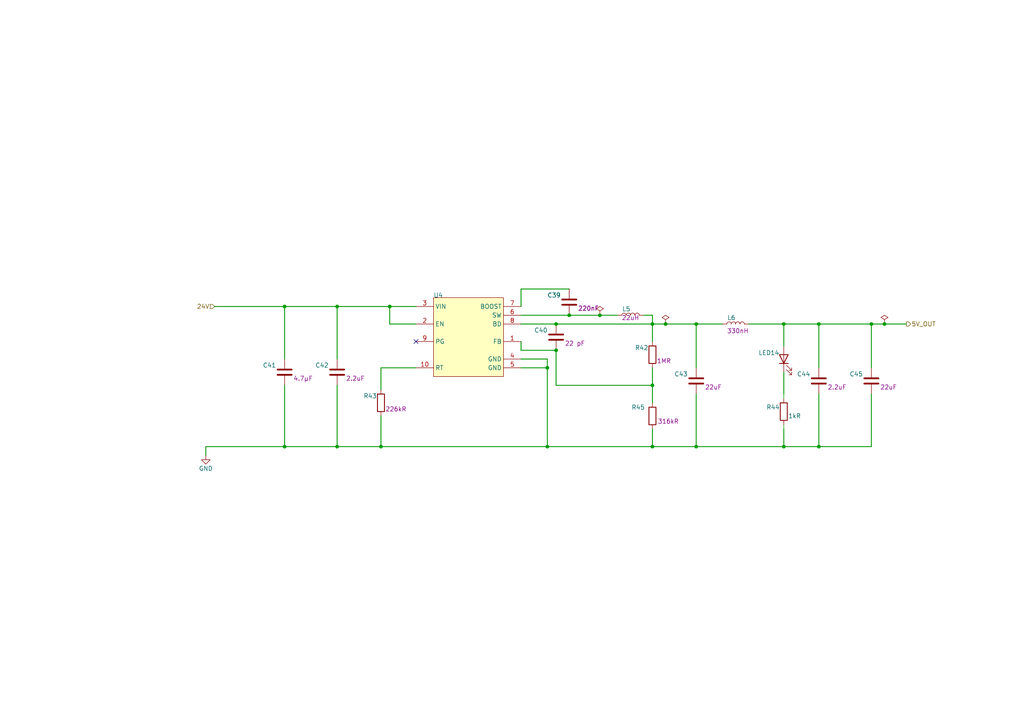
<source format=kicad_sch>
(kicad_sch
	(version 20231120)
	(generator "eeschema")
	(generator_version "8.0")
	(uuid "9bf9518f-e40b-486e-b931-2885d4e09275")
	(paper "A4")
	(title_block
		(title "Power 5V")
		(rev "1")
	)
	(lib_symbols
		(symbol "Device:C"
			(pin_numbers hide)
			(pin_names
				(offset 0.254)
			)
			(exclude_from_sim no)
			(in_bom yes)
			(on_board yes)
			(property "Reference" "C"
				(at 0.635 2.54 0)
				(effects
					(font
						(size 1.27 1.27)
					)
					(justify left)
				)
			)
			(property "Value" "C"
				(at 0.635 -2.54 0)
				(effects
					(font
						(size 1.27 1.27)
					)
					(justify left)
				)
			)
			(property "Footprint" ""
				(at 0.9652 -3.81 0)
				(effects
					(font
						(size 1.27 1.27)
					)
					(hide yes)
				)
			)
			(property "Datasheet" "~"
				(at 0 0 0)
				(effects
					(font
						(size 1.27 1.27)
					)
					(hide yes)
				)
			)
			(property "Description" "Unpolarized capacitor"
				(at 0 0 0)
				(effects
					(font
						(size 1.27 1.27)
					)
					(hide yes)
				)
			)
			(property "ki_keywords" "cap capacitor"
				(at 0 0 0)
				(effects
					(font
						(size 1.27 1.27)
					)
					(hide yes)
				)
			)
			(property "ki_fp_filters" "C_*"
				(at 0 0 0)
				(effects
					(font
						(size 1.27 1.27)
					)
					(hide yes)
				)
			)
			(symbol "C_0_1"
				(polyline
					(pts
						(xy -2.032 -0.762) (xy 2.032 -0.762)
					)
					(stroke
						(width 0.508)
						(type default)
					)
					(fill
						(type none)
					)
				)
				(polyline
					(pts
						(xy -2.032 0.762) (xy 2.032 0.762)
					)
					(stroke
						(width 0.508)
						(type default)
					)
					(fill
						(type none)
					)
				)
			)
			(symbol "C_1_1"
				(pin passive line
					(at 0 3.81 270)
					(length 2.794)
					(name "~"
						(effects
							(font
								(size 1.27 1.27)
							)
						)
					)
					(number "1"
						(effects
							(font
								(size 1.27 1.27)
							)
						)
					)
				)
				(pin passive line
					(at 0 -3.81 90)
					(length 2.794)
					(name "~"
						(effects
							(font
								(size 1.27 1.27)
							)
						)
					)
					(number "2"
						(effects
							(font
								(size 1.27 1.27)
							)
						)
					)
				)
			)
		)
		(symbol "Device:L"
			(pin_numbers hide)
			(pin_names
				(offset 1.016) hide)
			(exclude_from_sim no)
			(in_bom yes)
			(on_board yes)
			(property "Reference" "L"
				(at -1.27 0 90)
				(effects
					(font
						(size 1.27 1.27)
					)
				)
			)
			(property "Value" "L"
				(at 1.905 0 90)
				(effects
					(font
						(size 1.27 1.27)
					)
				)
			)
			(property "Footprint" ""
				(at 0 0 0)
				(effects
					(font
						(size 1.27 1.27)
					)
					(hide yes)
				)
			)
			(property "Datasheet" "~"
				(at 0 0 0)
				(effects
					(font
						(size 1.27 1.27)
					)
					(hide yes)
				)
			)
			(property "Description" "Inductor"
				(at 0 0 0)
				(effects
					(font
						(size 1.27 1.27)
					)
					(hide yes)
				)
			)
			(property "ki_keywords" "inductor choke coil reactor magnetic"
				(at 0 0 0)
				(effects
					(font
						(size 1.27 1.27)
					)
					(hide yes)
				)
			)
			(property "ki_fp_filters" "Choke_* *Coil* Inductor_* L_*"
				(at 0 0 0)
				(effects
					(font
						(size 1.27 1.27)
					)
					(hide yes)
				)
			)
			(symbol "L_0_1"
				(arc
					(start 0 -2.54)
					(mid 0.6323 -1.905)
					(end 0 -1.27)
					(stroke
						(width 0)
						(type default)
					)
					(fill
						(type none)
					)
				)
				(arc
					(start 0 -1.27)
					(mid 0.6323 -0.635)
					(end 0 0)
					(stroke
						(width 0)
						(type default)
					)
					(fill
						(type none)
					)
				)
				(arc
					(start 0 0)
					(mid 0.6323 0.635)
					(end 0 1.27)
					(stroke
						(width 0)
						(type default)
					)
					(fill
						(type none)
					)
				)
				(arc
					(start 0 1.27)
					(mid 0.6323 1.905)
					(end 0 2.54)
					(stroke
						(width 0)
						(type default)
					)
					(fill
						(type none)
					)
				)
			)
			(symbol "L_1_1"
				(pin passive line
					(at 0 3.81 270)
					(length 1.27)
					(name "1"
						(effects
							(font
								(size 1.27 1.27)
							)
						)
					)
					(number "1"
						(effects
							(font
								(size 1.27 1.27)
							)
						)
					)
				)
				(pin passive line
					(at 0 -3.81 90)
					(length 1.27)
					(name "2"
						(effects
							(font
								(size 1.27 1.27)
							)
						)
					)
					(number "2"
						(effects
							(font
								(size 1.27 1.27)
							)
						)
					)
				)
			)
		)
		(symbol "Device:LED"
			(pin_numbers hide)
			(pin_names
				(offset 1.016) hide)
			(exclude_from_sim no)
			(in_bom yes)
			(on_board yes)
			(property "Reference" "D"
				(at 0 2.54 0)
				(effects
					(font
						(size 1.27 1.27)
					)
				)
			)
			(property "Value" "LED"
				(at 0 -2.54 0)
				(effects
					(font
						(size 1.27 1.27)
					)
				)
			)
			(property "Footprint" ""
				(at 0 0 0)
				(effects
					(font
						(size 1.27 1.27)
					)
					(hide yes)
				)
			)
			(property "Datasheet" "~"
				(at 0 0 0)
				(effects
					(font
						(size 1.27 1.27)
					)
					(hide yes)
				)
			)
			(property "Description" "Light emitting diode"
				(at 0 0 0)
				(effects
					(font
						(size 1.27 1.27)
					)
					(hide yes)
				)
			)
			(property "ki_keywords" "LED diode"
				(at 0 0 0)
				(effects
					(font
						(size 1.27 1.27)
					)
					(hide yes)
				)
			)
			(property "ki_fp_filters" "LED* LED_SMD:* LED_THT:*"
				(at 0 0 0)
				(effects
					(font
						(size 1.27 1.27)
					)
					(hide yes)
				)
			)
			(symbol "LED_0_1"
				(polyline
					(pts
						(xy -1.27 -1.27) (xy -1.27 1.27)
					)
					(stroke
						(width 0.254)
						(type default)
					)
					(fill
						(type none)
					)
				)
				(polyline
					(pts
						(xy -1.27 0) (xy 1.27 0)
					)
					(stroke
						(width 0)
						(type default)
					)
					(fill
						(type none)
					)
				)
				(polyline
					(pts
						(xy 1.27 -1.27) (xy 1.27 1.27) (xy -1.27 0) (xy 1.27 -1.27)
					)
					(stroke
						(width 0.254)
						(type default)
					)
					(fill
						(type none)
					)
				)
				(polyline
					(pts
						(xy -3.048 -0.762) (xy -4.572 -2.286) (xy -3.81 -2.286) (xy -4.572 -2.286) (xy -4.572 -1.524)
					)
					(stroke
						(width 0)
						(type default)
					)
					(fill
						(type none)
					)
				)
				(polyline
					(pts
						(xy -1.778 -0.762) (xy -3.302 -2.286) (xy -2.54 -2.286) (xy -3.302 -2.286) (xy -3.302 -1.524)
					)
					(stroke
						(width 0)
						(type default)
					)
					(fill
						(type none)
					)
				)
			)
			(symbol "LED_1_1"
				(pin passive line
					(at -3.81 0 0)
					(length 2.54)
					(name "K"
						(effects
							(font
								(size 1.27 1.27)
							)
						)
					)
					(number "1"
						(effects
							(font
								(size 1.27 1.27)
							)
						)
					)
				)
				(pin passive line
					(at 3.81 0 180)
					(length 2.54)
					(name "A"
						(effects
							(font
								(size 1.27 1.27)
							)
						)
					)
					(number "2"
						(effects
							(font
								(size 1.27 1.27)
							)
						)
					)
				)
			)
		)
		(symbol "Device:R"
			(pin_numbers hide)
			(pin_names
				(offset 0)
			)
			(exclude_from_sim no)
			(in_bom yes)
			(on_board yes)
			(property "Reference" "R"
				(at 2.032 0 90)
				(effects
					(font
						(size 1.27 1.27)
					)
				)
			)
			(property "Value" "R"
				(at 0 0 90)
				(effects
					(font
						(size 1.27 1.27)
					)
				)
			)
			(property "Footprint" ""
				(at -1.778 0 90)
				(effects
					(font
						(size 1.27 1.27)
					)
					(hide yes)
				)
			)
			(property "Datasheet" "~"
				(at 0 0 0)
				(effects
					(font
						(size 1.27 1.27)
					)
					(hide yes)
				)
			)
			(property "Description" "Resistor"
				(at 0 0 0)
				(effects
					(font
						(size 1.27 1.27)
					)
					(hide yes)
				)
			)
			(property "ki_keywords" "R res resistor"
				(at 0 0 0)
				(effects
					(font
						(size 1.27 1.27)
					)
					(hide yes)
				)
			)
			(property "ki_fp_filters" "R_*"
				(at 0 0 0)
				(effects
					(font
						(size 1.27 1.27)
					)
					(hide yes)
				)
			)
			(symbol "R_0_1"
				(rectangle
					(start -1.016 -2.54)
					(end 1.016 2.54)
					(stroke
						(width 0.254)
						(type default)
					)
					(fill
						(type none)
					)
				)
			)
			(symbol "R_1_1"
				(pin passive line
					(at 0 3.81 270)
					(length 1.27)
					(name "~"
						(effects
							(font
								(size 1.27 1.27)
							)
						)
					)
					(number "1"
						(effects
							(font
								(size 1.27 1.27)
							)
						)
					)
				)
				(pin passive line
					(at 0 -3.81 90)
					(length 1.27)
					(name "~"
						(effects
							(font
								(size 1.27 1.27)
							)
						)
					)
					(number "2"
						(effects
							(font
								(size 1.27 1.27)
							)
						)
					)
				)
			)
		)
		(symbol "Untitled-altium-import:root_0_LT-LT3970_B-MS-10"
			(exclude_from_sim no)
			(in_bom yes)
			(on_board yes)
			(property "Reference" ""
				(at 0 0 0)
				(effects
					(font
						(size 1.27 1.27)
					)
				)
			)
			(property "Value" ""
				(at 0 0 0)
				(effects
					(font
						(size 1.27 1.27)
					)
				)
			)
			(property "Footprint" ""
				(at 0 0 0)
				(effects
					(font
						(size 1.27 1.27)
					)
					(hide yes)
				)
			)
			(property "Datasheet" ""
				(at 0 0 0)
				(effects
					(font
						(size 1.27 1.27)
					)
					(hide yes)
				)
			)
			(property "Description" "350 mA Step-Down Regulator with 2.5 uA Quiescent Current and Integrated Diodes, 10-pin SOP (MS-10), -40 to 125 degC, Pb-Free, Tape and Reel"
				(at 0 0 0)
				(effects
					(font
						(size 1.27 1.27)
					)
					(hide yes)
				)
			)
			(property "ki_fp_filters" "LT-MS-10_N"
				(at 0 0 0)
				(effects
					(font
						(size 1.27 1.27)
					)
					(hide yes)
				)
			)
			(symbol "root_0_LT-LT3970_B-MS-10_1_0"
				(rectangle
					(start 20.32 0)
					(end 0 -22.86)
					(stroke
						(width 0)
						(type solid)
					)
					(fill
						(type background)
					)
				)
				(pin input line
					(at 25.4 -12.7 180)
					(length 5.08)
					(name "FB"
						(effects
							(font
								(size 1.27 1.27)
							)
						)
					)
					(number "1"
						(effects
							(font
								(size 1.27 1.27)
							)
						)
					)
				)
				(pin passive line
					(at -5.08 -20.32 0)
					(length 5.08)
					(name "RT"
						(effects
							(font
								(size 1.27 1.27)
							)
						)
					)
					(number "10"
						(effects
							(font
								(size 1.27 1.27)
							)
						)
					)
				)
				(pin input line
					(at -5.08 -7.62 0)
					(length 5.08)
					(name "EN"
						(effects
							(font
								(size 1.27 1.27)
							)
						)
					)
					(number "2"
						(effects
							(font
								(size 1.27 1.27)
							)
						)
					)
				)
				(pin power_in line
					(at -5.08 -2.54 0)
					(length 5.08)
					(name "VIN"
						(effects
							(font
								(size 1.27 1.27)
							)
						)
					)
					(number "3"
						(effects
							(font
								(size 1.27 1.27)
							)
						)
					)
				)
				(pin power_in line
					(at 25.4 -17.78 180)
					(length 5.08)
					(name "GND"
						(effects
							(font
								(size 1.27 1.27)
							)
						)
					)
					(number "4"
						(effects
							(font
								(size 1.27 1.27)
							)
						)
					)
				)
				(pin power_in line
					(at 25.4 -20.32 180)
					(length 5.08)
					(name "GND"
						(effects
							(font
								(size 1.27 1.27)
							)
						)
					)
					(number "5"
						(effects
							(font
								(size 1.27 1.27)
							)
						)
					)
				)
				(pin power_in line
					(at 25.4 -5.08 180)
					(length 5.08)
					(name "SW"
						(effects
							(font
								(size 1.27 1.27)
							)
						)
					)
					(number "6"
						(effects
							(font
								(size 1.27 1.27)
							)
						)
					)
				)
				(pin passive line
					(at 25.4 -2.54 180)
					(length 5.08)
					(name "BOOST"
						(effects
							(font
								(size 1.27 1.27)
							)
						)
					)
					(number "7"
						(effects
							(font
								(size 1.27 1.27)
							)
						)
					)
				)
				(pin power_in line
					(at 25.4 -7.62 180)
					(length 5.08)
					(name "BD"
						(effects
							(font
								(size 1.27 1.27)
							)
						)
					)
					(number "8"
						(effects
							(font
								(size 1.27 1.27)
							)
						)
					)
				)
				(pin open_collector line
					(at -5.08 -12.7 0)
					(length 5.08)
					(name "PG"
						(effects
							(font
								(size 1.27 1.27)
							)
						)
					)
					(number "9"
						(effects
							(font
								(size 1.27 1.27)
							)
						)
					)
				)
			)
		)
		(symbol "power:GND"
			(power)
			(pin_numbers hide)
			(pin_names
				(offset 0) hide)
			(exclude_from_sim no)
			(in_bom yes)
			(on_board yes)
			(property "Reference" "#PWR"
				(at 0 -6.35 0)
				(effects
					(font
						(size 1.27 1.27)
					)
					(hide yes)
				)
			)
			(property "Value" "GND"
				(at 0 -3.81 0)
				(effects
					(font
						(size 1.27 1.27)
					)
				)
			)
			(property "Footprint" ""
				(at 0 0 0)
				(effects
					(font
						(size 1.27 1.27)
					)
					(hide yes)
				)
			)
			(property "Datasheet" ""
				(at 0 0 0)
				(effects
					(font
						(size 1.27 1.27)
					)
					(hide yes)
				)
			)
			(property "Description" "Power symbol creates a global label with name \"GND\" , ground"
				(at 0 0 0)
				(effects
					(font
						(size 1.27 1.27)
					)
					(hide yes)
				)
			)
			(property "ki_keywords" "global power"
				(at 0 0 0)
				(effects
					(font
						(size 1.27 1.27)
					)
					(hide yes)
				)
			)
			(symbol "GND_0_1"
				(polyline
					(pts
						(xy 0 0) (xy 0 -1.27) (xy 1.27 -1.27) (xy 0 -2.54) (xy -1.27 -1.27) (xy 0 -1.27)
					)
					(stroke
						(width 0)
						(type default)
					)
					(fill
						(type none)
					)
				)
			)
			(symbol "GND_1_1"
				(pin power_in line
					(at 0 0 270)
					(length 0)
					(name "~"
						(effects
							(font
								(size 1.27 1.27)
							)
						)
					)
					(number "1"
						(effects
							(font
								(size 1.27 1.27)
							)
						)
					)
				)
			)
		)
		(symbol "power:PWR_FLAG"
			(power)
			(pin_numbers hide)
			(pin_names
				(offset 0) hide)
			(exclude_from_sim no)
			(in_bom yes)
			(on_board yes)
			(property "Reference" "#FLG"
				(at 0 1.905 0)
				(effects
					(font
						(size 1.27 1.27)
					)
					(hide yes)
				)
			)
			(property "Value" "PWR_FLAG"
				(at 0 3.81 0)
				(effects
					(font
						(size 1.27 1.27)
					)
				)
			)
			(property "Footprint" ""
				(at 0 0 0)
				(effects
					(font
						(size 1.27 1.27)
					)
					(hide yes)
				)
			)
			(property "Datasheet" "~"
				(at 0 0 0)
				(effects
					(font
						(size 1.27 1.27)
					)
					(hide yes)
				)
			)
			(property "Description" "Special symbol for telling ERC where power comes from"
				(at 0 0 0)
				(effects
					(font
						(size 1.27 1.27)
					)
					(hide yes)
				)
			)
			(property "ki_keywords" "flag power"
				(at 0 0 0)
				(effects
					(font
						(size 1.27 1.27)
					)
					(hide yes)
				)
			)
			(symbol "PWR_FLAG_0_0"
				(pin power_out line
					(at 0 0 90)
					(length 0)
					(name "~"
						(effects
							(font
								(size 1.27 1.27)
							)
						)
					)
					(number "1"
						(effects
							(font
								(size 1.27 1.27)
							)
						)
					)
				)
			)
			(symbol "PWR_FLAG_0_1"
				(polyline
					(pts
						(xy 0 0) (xy 0 1.27) (xy -1.016 1.905) (xy 0 2.54) (xy 1.016 1.905) (xy 0 1.27)
					)
					(stroke
						(width 0)
						(type default)
					)
					(fill
						(type none)
					)
				)
			)
		)
	)
	(junction
		(at 158.75 106.68)
		(diameter 0)
		(color 0 0 0 0)
		(uuid "0cab14a3-a6cd-4f49-97c6-f913d37a1a4b")
	)
	(junction
		(at 237.49 93.98)
		(diameter 0)
		(color 0 0 0 0)
		(uuid "240e064a-dfba-44a2-b926-1aecc7c91d05")
	)
	(junction
		(at 161.29 101.6)
		(diameter 0)
		(color 0 0 0 0)
		(uuid "3a16bda1-b71b-476e-b3b5-947732180dd8")
	)
	(junction
		(at 256.54 93.98)
		(diameter 0)
		(color 0 0 0 0)
		(uuid "4ff75b1c-229c-40d8-b882-f26ecb564388")
	)
	(junction
		(at 189.23 129.54)
		(diameter 0)
		(color 0 0 0 0)
		(uuid "50157444-0ae2-44d0-8e7f-af9c979bbafd")
	)
	(junction
		(at 97.79 88.9)
		(diameter 0)
		(color 0 0 0 0)
		(uuid "5515c8ac-1578-400f-98cb-cf410ba165df")
	)
	(junction
		(at 193.04 93.98)
		(diameter 0)
		(color 0 0 0 0)
		(uuid "683fa8fd-a7a5-460b-9a5c-68604447758e")
	)
	(junction
		(at 173.99 91.44)
		(diameter 0)
		(color 0 0 0 0)
		(uuid "73ae13e9-1197-4105-adda-2a1575ca9367")
	)
	(junction
		(at 237.49 129.54)
		(diameter 0)
		(color 0 0 0 0)
		(uuid "76c5c7ff-907f-4294-9892-e2079b987d49")
	)
	(junction
		(at 201.93 129.54)
		(diameter 0)
		(color 0 0 0 0)
		(uuid "7926064f-d286-45d8-8ae7-f3a59d41d693")
	)
	(junction
		(at 161.29 93.98)
		(diameter 0)
		(color 0 0 0 0)
		(uuid "7a5c6304-1dc0-4d08-97cb-0c20437cdc1d")
	)
	(junction
		(at 252.73 93.98)
		(diameter 0)
		(color 0 0 0 0)
		(uuid "7bd1e3c3-c28c-4c5d-bea7-1fb9131800dc")
	)
	(junction
		(at 189.23 111.76)
		(diameter 0)
		(color 0 0 0 0)
		(uuid "7d05dc24-bca2-473b-a243-17facd4171f6")
	)
	(junction
		(at 82.55 129.54)
		(diameter 0)
		(color 0 0 0 0)
		(uuid "9c373a1c-7e07-4b5a-8c17-b18f836a4c84")
	)
	(junction
		(at 189.23 93.98)
		(diameter 0)
		(color 0 0 0 0)
		(uuid "a880a858-78c1-4d46-a8ef-f5c39fd9093d")
	)
	(junction
		(at 113.03 88.9)
		(diameter 0)
		(color 0 0 0 0)
		(uuid "ae3d79a3-8299-4adf-8bfb-5b56500876c0")
	)
	(junction
		(at 227.33 129.54)
		(diameter 0)
		(color 0 0 0 0)
		(uuid "c2fd4a90-ef3f-4ffd-8cb7-9fbfbbd69200")
	)
	(junction
		(at 82.55 88.9)
		(diameter 0)
		(color 0 0 0 0)
		(uuid "c6ab3aac-4ad8-416f-b4f3-809b90d1e1d4")
	)
	(junction
		(at 97.79 129.54)
		(diameter 0)
		(color 0 0 0 0)
		(uuid "d6c31d57-db93-4fed-b9ea-4620b5d2291c")
	)
	(junction
		(at 201.93 93.98)
		(diameter 0)
		(color 0 0 0 0)
		(uuid "d6d39b15-570f-461a-b2c1-a75059b39b58")
	)
	(junction
		(at 227.33 93.98)
		(diameter 0)
		(color 0 0 0 0)
		(uuid "d9962496-2333-49f4-94e5-14ee79584965")
	)
	(junction
		(at 158.75 129.54)
		(diameter 0)
		(color 0 0 0 0)
		(uuid "dad29a93-ba0e-428f-8c99-2974e40e6209")
	)
	(junction
		(at 165.1 91.44)
		(diameter 0)
		(color 0 0 0 0)
		(uuid "e84e1b9f-b437-4e1c-acd2-999f329a7f62")
	)
	(junction
		(at 110.49 129.54)
		(diameter 0)
		(color 0 0 0 0)
		(uuid "ebaf96dd-f68b-4f29-81dd-661b7c28551e")
	)
	(no_connect
		(at 120.65 99.06)
		(uuid "b9ba521f-80bd-4e1a-b394-ff4ea2a5129c")
	)
	(wire
		(pts
			(xy 217.17 93.98) (xy 227.33 93.98)
		)
		(stroke
			(width 0.254)
			(type default)
		)
		(uuid "0202e738-3086-404b-9b36-adc3ad4b8cf7")
	)
	(wire
		(pts
			(xy 82.55 88.9) (xy 97.79 88.9)
		)
		(stroke
			(width 0.254)
			(type default)
		)
		(uuid "02f53cf7-b38f-479f-bae1-165c182acfd4")
	)
	(wire
		(pts
			(xy 120.65 93.98) (xy 113.03 93.98)
		)
		(stroke
			(width 0.254)
			(type default)
		)
		(uuid "03267472-9338-477d-a845-fb48af979ad3")
	)
	(wire
		(pts
			(xy 189.23 124.46) (xy 189.23 129.54)
		)
		(stroke
			(width 0.254)
			(type default)
		)
		(uuid "09567d1d-7bb3-40bd-84b2-c9803e3179ea")
	)
	(wire
		(pts
			(xy 151.13 101.6) (xy 161.29 101.6)
		)
		(stroke
			(width 0.254)
			(type default)
		)
		(uuid "0b463125-603c-4dad-90bf-1f92b1a0e89b")
	)
	(wire
		(pts
			(xy 97.79 104.14) (xy 97.79 88.9)
		)
		(stroke
			(width 0.254)
			(type default)
		)
		(uuid "1a687c75-f47d-4071-a331-6ab54deb1893")
	)
	(wire
		(pts
			(xy 237.49 129.54) (xy 252.73 129.54)
		)
		(stroke
			(width 0.254)
			(type default)
		)
		(uuid "1b14de6a-67fa-495e-ad17-8345353e07b1")
	)
	(wire
		(pts
			(xy 227.33 124.46) (xy 227.33 129.54)
		)
		(stroke
			(width 0.254)
			(type default)
		)
		(uuid "1d259d55-f428-4644-becf-4a71f084d63a")
	)
	(wire
		(pts
			(xy 161.29 101.6) (xy 161.29 111.76)
		)
		(stroke
			(width 0.254)
			(type default)
		)
		(uuid "1f7f4303-0d93-44c2-8a2e-e6288e01af9b")
	)
	(wire
		(pts
			(xy 113.03 88.9) (xy 120.65 88.9)
		)
		(stroke
			(width 0.254)
			(type default)
		)
		(uuid "20d52ee5-9869-40b6-b2d1-e7fa2070475f")
	)
	(wire
		(pts
			(xy 59.69 132.08) (xy 59.69 129.54)
		)
		(stroke
			(width 0.254)
			(type default)
		)
		(uuid "26042ae2-5843-478e-8211-f536607913d0")
	)
	(wire
		(pts
			(xy 262.89 93.98) (xy 256.54 93.98)
		)
		(stroke
			(width 0.254)
			(type default)
		)
		(uuid "30cf2670-0711-42d6-9673-d8302502ef43")
	)
	(wire
		(pts
			(xy 151.13 93.98) (xy 161.29 93.98)
		)
		(stroke
			(width 0.254)
			(type default)
		)
		(uuid "3199b87a-d0ed-4266-af48-774f45cbf04d")
	)
	(wire
		(pts
			(xy 113.03 93.98) (xy 113.03 88.9)
		)
		(stroke
			(width 0.254)
			(type default)
		)
		(uuid "35f5c912-9915-44ef-b393-44a11452a85c")
	)
	(wire
		(pts
			(xy 201.93 93.98) (xy 201.93 106.68)
		)
		(stroke
			(width 0.254)
			(type default)
		)
		(uuid "363a8443-696a-4573-a8d5-5abff677f4d8")
	)
	(wire
		(pts
			(xy 189.23 129.54) (xy 201.93 129.54)
		)
		(stroke
			(width 0.254)
			(type default)
		)
		(uuid "3935dce8-fc83-4039-9008-7648d0cd9b28")
	)
	(wire
		(pts
			(xy 158.75 129.54) (xy 189.23 129.54)
		)
		(stroke
			(width 0.254)
			(type default)
		)
		(uuid "39dd9d0d-8fd0-491f-9533-bcdaca8df4da")
	)
	(wire
		(pts
			(xy 189.23 93.98) (xy 189.23 91.44)
		)
		(stroke
			(width 0.254)
			(type default)
		)
		(uuid "3b4ac035-6055-4066-9318-d4360394dcb3")
	)
	(wire
		(pts
			(xy 189.23 116.84) (xy 189.23 111.76)
		)
		(stroke
			(width 0.254)
			(type default)
		)
		(uuid "3b7a52fc-e843-4934-a364-0b836a63ab56")
	)
	(wire
		(pts
			(xy 151.13 91.44) (xy 165.1 91.44)
		)
		(stroke
			(width 0.254)
			(type default)
		)
		(uuid "3d55a429-5b18-45f0-952f-b418c4be9ebf")
	)
	(wire
		(pts
			(xy 237.49 93.98) (xy 237.49 106.68)
		)
		(stroke
			(width 0.254)
			(type default)
		)
		(uuid "3d58bc7e-8069-47d3-a05c-c430d2c6012d")
	)
	(wire
		(pts
			(xy 201.93 129.54) (xy 227.33 129.54)
		)
		(stroke
			(width 0.254)
			(type default)
		)
		(uuid "3d8fa369-593f-4183-b565-709536ebf656")
	)
	(wire
		(pts
			(xy 189.23 106.68) (xy 189.23 111.76)
		)
		(stroke
			(width 0.254)
			(type default)
		)
		(uuid "43d6c18a-3542-46be-be64-4cbd9f15a420")
	)
	(wire
		(pts
			(xy 110.49 129.54) (xy 110.49 120.65)
		)
		(stroke
			(width 0.254)
			(type default)
		)
		(uuid "4c2547f4-eb39-4fab-8ba9-8102b719a364")
	)
	(wire
		(pts
			(xy 227.33 100.33) (xy 227.33 93.98)
		)
		(stroke
			(width 0.254)
			(type default)
		)
		(uuid "5f460eed-d625-4a3f-a714-dbe8884d20cf")
	)
	(wire
		(pts
			(xy 97.79 129.54) (xy 110.49 129.54)
		)
		(stroke
			(width 0.254)
			(type default)
		)
		(uuid "61e77ca5-188f-490a-88a1-8d23c82fc516")
	)
	(wire
		(pts
			(xy 173.99 91.44) (xy 179.07 91.44)
		)
		(stroke
			(width 0.254)
			(type default)
		)
		(uuid "65b420f0-f62f-4836-97c9-5ac9604c54b1")
	)
	(wire
		(pts
			(xy 158.75 104.14) (xy 158.75 106.68)
		)
		(stroke
			(width 0.254)
			(type default)
		)
		(uuid "67173480-66a8-4fc5-b928-5384875d401c")
	)
	(wire
		(pts
			(xy 252.73 129.54) (xy 252.73 114.3)
		)
		(stroke
			(width 0.254)
			(type default)
		)
		(uuid "6c5dd3d4-2de1-4fec-b054-b26a618a5d29")
	)
	(wire
		(pts
			(xy 161.29 93.98) (xy 189.23 93.98)
		)
		(stroke
			(width 0.254)
			(type default)
		)
		(uuid "6cd1ed71-6060-4935-a024-dd056af10fc2")
	)
	(wire
		(pts
			(xy 110.49 113.03) (xy 110.49 106.68)
		)
		(stroke
			(width 0.254)
			(type default)
		)
		(uuid "6f80286f-ab79-4083-9f78-3d16219cf078")
	)
	(wire
		(pts
			(xy 82.55 129.54) (xy 97.79 129.54)
		)
		(stroke
			(width 0.254)
			(type default)
		)
		(uuid "72e34675-3e8c-4d44-84c1-a4264a7c185e")
	)
	(wire
		(pts
			(xy 227.33 123.19) (xy 227.33 124.46)
		)
		(stroke
			(width 0)
			(type default)
		)
		(uuid "745d8b79-6de5-45d7-970c-78dc804ec209")
	)
	(wire
		(pts
			(xy 193.04 93.98) (xy 201.93 93.98)
		)
		(stroke
			(width 0.254)
			(type default)
		)
		(uuid "749ce183-a62e-4dec-9f99-b9e73233d777")
	)
	(wire
		(pts
			(xy 252.73 93.98) (xy 252.73 106.68)
		)
		(stroke
			(width 0.254)
			(type default)
		)
		(uuid "7d6e02e7-3712-4c26-97fc-38dbc55a4840")
	)
	(wire
		(pts
			(xy 227.33 107.95) (xy 227.33 114.3)
		)
		(stroke
			(width 0.254)
			(type default)
		)
		(uuid "7dbd9f14-f2a6-481c-a680-26e948a324c3")
	)
	(wire
		(pts
			(xy 165.1 91.44) (xy 173.99 91.44)
		)
		(stroke
			(width 0.254)
			(type default)
		)
		(uuid "7eacf70f-6584-4178-9ada-81ea06774eee")
	)
	(wire
		(pts
			(xy 97.79 88.9) (xy 113.03 88.9)
		)
		(stroke
			(width 0.254)
			(type default)
		)
		(uuid "80b021dc-0e62-4389-bd25-97142a5049b2")
	)
	(wire
		(pts
			(xy 201.93 129.54) (xy 201.93 114.3)
		)
		(stroke
			(width 0.254)
			(type default)
		)
		(uuid "86eb61d3-ed2a-49ed-8b24-4ebce8d69b51")
	)
	(wire
		(pts
			(xy 227.33 129.54) (xy 237.49 129.54)
		)
		(stroke
			(width 0.254)
			(type default)
		)
		(uuid "88ae5704-2558-4231-8f92-790acf6cbdf3")
	)
	(wire
		(pts
			(xy 189.23 93.98) (xy 189.23 99.06)
		)
		(stroke
			(width 0.254)
			(type default)
		)
		(uuid "8c0d3c86-9909-4842-8491-6d03023dbb5d")
	)
	(wire
		(pts
			(xy 201.93 93.98) (xy 209.55 93.98)
		)
		(stroke
			(width 0.254)
			(type default)
		)
		(uuid "9120fea6-185f-4031-a12d-482b62b6a1bc")
	)
	(wire
		(pts
			(xy 189.23 91.44) (xy 186.69 91.44)
		)
		(stroke
			(width 0.254)
			(type default)
		)
		(uuid "9931ac7a-11a8-4eb6-a810-720cf845de9e")
	)
	(wire
		(pts
			(xy 256.54 93.98) (xy 252.73 93.98)
		)
		(stroke
			(width 0.254)
			(type default)
		)
		(uuid "9b4208f7-644d-4587-a5fc-5e21b57b35d1")
	)
	(wire
		(pts
			(xy 189.23 93.98) (xy 193.04 93.98)
		)
		(stroke
			(width 0.254)
			(type default)
		)
		(uuid "9c0a64dd-25c7-4970-bd4a-b05f02696d13")
	)
	(wire
		(pts
			(xy 227.33 114.3) (xy 227.33 115.57)
		)
		(stroke
			(width 0)
			(type default)
		)
		(uuid "9c43d063-7248-47d9-9e3c-30e786852e6b")
	)
	(wire
		(pts
			(xy 151.13 101.6) (xy 151.13 99.06)
		)
		(stroke
			(width 0.254)
			(type default)
		)
		(uuid "a3f6e042-0aa0-4563-a8e4-107aa5529145")
	)
	(wire
		(pts
			(xy 110.49 106.68) (xy 120.65 106.68)
		)
		(stroke
			(width 0.254)
			(type default)
		)
		(uuid "ae2a1199-7237-4c95-bf4e-fcabfd4eb518")
	)
	(wire
		(pts
			(xy 59.69 129.54) (xy 82.55 129.54)
		)
		(stroke
			(width 0.254)
			(type default)
		)
		(uuid "b04e0ad0-6862-47d5-9cce-f48c28b7db84")
	)
	(wire
		(pts
			(xy 158.75 106.68) (xy 158.75 129.54)
		)
		(stroke
			(width 0.254)
			(type default)
		)
		(uuid "bb2503d1-0c83-4014-a65a-45839a1ea8d2")
	)
	(wire
		(pts
			(xy 151.13 83.82) (xy 151.13 88.9)
		)
		(stroke
			(width 0.254)
			(type default)
		)
		(uuid "bc12ac1d-8756-4248-8cea-801a2caaea63")
	)
	(wire
		(pts
			(xy 110.49 129.54) (xy 158.75 129.54)
		)
		(stroke
			(width 0.254)
			(type default)
		)
		(uuid "c0eaabfa-a915-49cf-86c7-2abd244ed30e")
	)
	(wire
		(pts
			(xy 82.55 111.76) (xy 82.55 129.54)
		)
		(stroke
			(width 0.254)
			(type default)
		)
		(uuid "c829de46-1b2c-411c-a0d4-8e56494e3133")
	)
	(wire
		(pts
			(xy 82.55 88.9) (xy 62.23 88.9)
		)
		(stroke
			(width 0.254)
			(type default)
		)
		(uuid "cd21e5a9-7885-45bf-94cd-c6ce0ae482ff")
	)
	(wire
		(pts
			(xy 151.13 106.68) (xy 158.75 106.68)
		)
		(stroke
			(width 0.254)
			(type default)
		)
		(uuid "cfa31db9-3492-4091-b40d-9e05adceb692")
	)
	(wire
		(pts
			(xy 161.29 111.76) (xy 189.23 111.76)
		)
		(stroke
			(width 0.254)
			(type default)
		)
		(uuid "d0b2fef0-39ee-4d00-aad4-1ee831b7664b")
	)
	(wire
		(pts
			(xy 151.13 104.14) (xy 158.75 104.14)
		)
		(stroke
			(width 0.254)
			(type default)
		)
		(uuid "e07de9a9-a52f-458b-bfda-068e6f2aac99")
	)
	(wire
		(pts
			(xy 97.79 129.54) (xy 97.79 111.76)
		)
		(stroke
			(width 0.254)
			(type default)
		)
		(uuid "f06dbc2d-d3d7-4049-b021-52bd7133798e")
	)
	(wire
		(pts
			(xy 227.33 93.98) (xy 237.49 93.98)
		)
		(stroke
			(width 0.254)
			(type default)
		)
		(uuid "f30ab750-c296-472f-86f2-5cae6e5b7bc9")
	)
	(wire
		(pts
			(xy 82.55 104.14) (xy 82.55 88.9)
		)
		(stroke
			(width 0.254)
			(type default)
		)
		(uuid "f3c68c1a-39a7-4f13-89e2-a965c39bbd4e")
	)
	(wire
		(pts
			(xy 151.13 83.82) (xy 165.1 83.82)
		)
		(stroke
			(width 0.254)
			(type default)
		)
		(uuid "f8cfe8a9-1b4c-43f8-855f-1bf4a919f6f2")
	)
	(wire
		(pts
			(xy 237.49 114.3) (xy 237.49 129.54)
		)
		(stroke
			(width 0.254)
			(type default)
		)
		(uuid "f990d8ee-5f07-451c-99b3-922c5788409b")
	)
	(wire
		(pts
			(xy 237.49 93.98) (xy 252.73 93.98)
		)
		(stroke
			(width 0.254)
			(type default)
		)
		(uuid "fb5f02c0-c641-483b-a4ab-59d55c75accb")
	)
	(hierarchical_label "5V_OUT"
		(shape output)
		(at 262.89 93.98 0)
		(fields_autoplaced yes)
		(effects
			(font
				(size 1.27 1.27)
			)
			(justify left)
		)
		(uuid "7d0d6c53-b8f9-48e5-b50b-2422762f98b9")
	)
	(hierarchical_label "24V"
		(shape input)
		(at 62.23 88.9 180)
		(fields_autoplaced yes)
		(effects
			(font
				(size 1.27 1.27)
			)
			(justify right)
		)
		(uuid "ec88616b-b874-4382-90e9-20ffe97dc5a8")
	)
	(symbol
		(lib_id "Device:R")
		(at 189.23 102.87 0)
		(unit 1)
		(exclude_from_sim no)
		(in_bom yes)
		(on_board yes)
		(dnp no)
		(uuid "00e3f231-af50-4954-9c09-144a2f20a6a0")
		(property "Reference" "R42"
			(at 184.15 101.6 0)
			(effects
				(font
					(size 1.27 1.27)
				)
				(justify left bottom)
			)
		)
		(property "Value" "TNPW08051M00BEEN"
			(at 187.706 84.582 0)
			(effects
				(font
					(size 1.27 1.27)
				)
				(justify left bottom)
				(hide yes)
			)
		)
		(property "Footprint" "Resistor_SMD:R_0805_2012Metric_Pad1.20x1.40mm_HandSolder"
			(at 189.23 102.87 0)
			(effects
				(font
					(size 1.27 1.27)
				)
				(hide yes)
			)
		)
		(property "Datasheet" ""
			(at 189.23 102.87 0)
			(effects
				(font
					(size 1.27 1.27)
				)
				(hide yes)
			)
		)
		(property "Description" ""
			(at 189.23 102.87 0)
			(effects
				(font
					(size 1.27 1.27)
				)
				(hide yes)
			)
		)
		(property "TEMPERATURE COEFFICIENT" "25ppm/°C"
			(at 187.706 84.582 0)
			(effects
				(font
					(size 1.27 1.27)
				)
				(justify left bottom)
				(hide yes)
			)
		)
		(property "MAX OPERATING TEMPERATURE" "125°C"
			(at 187.706 84.582 0)
			(effects
				(font
					(size 1.27 1.27)
				)
				(justify left bottom)
				(hide yes)
			)
		)
		(property "VOLTAGE RATING" ""
			(at 187.706 84.582 0)
			(effects
				(font
					(size 1.27 1.27)
				)
				(justify left bottom)
				(hide yes)
			)
		)
		(property "PACKAGING" "Tape and Reel"
			(at 187.706 84.582 0)
			(effects
				(font
					(size 1.27 1.27)
				)
				(justify left bottom)
				(hide yes)
			)
		)
		(property "TERMINATION" "Wraparound"
			(at 187.706 84.582 0)
			(effects
				(font
					(size 1.27 1.27)
				)
				(justify left bottom)
				(hide yes)
			)
		)
		(property "TOLERANCE" "0.1%"
			(at 187.706 84.582 0)
			(effects
				(font
					(size 1.27 1.27)
				)
				(justify left bottom)
				(hide yes)
			)
		)
		(property "CASE/PACKAGE" "0805"
			(at 187.706 84.582 0)
			(effects
				(font
					(size 1.27 1.27)
				)
				(justify left bottom)
				(hide yes)
			)
		)
		(property "MIN OPERATING TEMPERATURE" "-55°C"
			(at 187.706 84.582 0)
			(effects
				(font
					(size 1.27 1.27)
				)
				(justify left bottom)
				(hide yes)
			)
		)
		(property "JESD-609 CODE" "e3"
			(at 184.15 84.582 0)
			(effects
				(font
					(size 1.27 1.27)
				)
				(justify left bottom)
				(hide yes)
			)
		)
		(property "MANUFACTURER SERIES" "TNPW"
			(at 184.15 84.582 0)
			(effects
				(font
					(size 1.27 1.27)
				)
				(justify left bottom)
				(hide yes)
			)
		)
		(property "MOUNTING TECHNOLOGY" "Surface Mount"
			(at 184.15 84.582 0)
			(effects
				(font
					(size 1.27 1.27)
				)
				(justify left bottom)
				(hide yes)
			)
		)
		(property "PACKAGE SHAPE" "Rectangular"
			(at 184.15 84.582 0)
			(effects
				(font
					(size 1.27 1.27)
				)
				(justify left bottom)
				(hide yes)
			)
		)
		(property "PINS" "2"
			(at 184.15 84.582 0)
			(effects
				(font
					(size 1.27 1.27)
				)
				(justify left bottom)
				(hide yes)
			)
		)
		(property "POWER" "125mW"
			(at 184.15 84.582 0)
			(effects
				(font
					(size 1.27 1.27)
				)
				(justify left bottom)
				(hide yes)
			)
		)
		(property "RATED TEMPERATURE" "70°C"
			(at 184.15 84.582 0)
			(effects
				(font
					(size 1.27 1.27)
				)
				(justify left bottom)
				(hide yes)
			)
		)
		(property "REACH SVHC COMPLIANT" "Yes"
			(at 184.15 84.582 0)
			(effects
				(font
					(size 1.27 1.27)
				)
				(justify left bottom)
				(hide yes)
			)
		)
		(property "RESISTOR TYPE" "FIXED RESISTOR"
			(at 184.15 84.582 0)
			(effects
				(font
					(size 1.27 1.27)
				)
				(justify left bottom)
				(hide yes)
			)
		)
		(property "ROHS COMPLIANT" "Yes"
			(at 184.15 84.582 0)
			(effects
				(font
					(size 1.27 1.27)
				)
				(justify left bottom)
				(hide yes)
			)
		)
		(property "TECHNOLOGY" "THIN FILM"
			(at 184.15 84.582 0)
			(effects
				(font
					(size 1.27 1.27)
				)
				(justify left bottom)
				(hide yes)
			)
		)
		(property "TERMINAL FINISH" "Tin"
			(at 184.15 84.582 0)
			(effects
				(font
					(size 1.27 1.27)
				)
				(justify left bottom)
				(hide yes)
			)
		)
		(property "ALTIUM_VALUE" "1MR"
			(at 190.5 105.41 0)
			(effects
				(font
					(size 1.27 1.27)
				)
				(justify left bottom)
			)
		)
		(property "WORKING VOLTAGE" "150V"
			(at 184.15 84.582 0)
			(effects
				(font
					(size 1.27 1.27)
				)
				(justify left bottom)
				(hide yes)
			)
		)
		(pin "1"
			(uuid "1a321404-4202-4fe2-932d-e34c7b2cbd48")
		)
		(pin "2"
			(uuid "f3409938-ffa3-415b-a830-cf792fb78880")
		)
		(instances
			(project "Nodes"
				(path "/7f1aa41b-970a-42cc-8701-1d90e3bd89a6/ab2b7e8a-7520-41d5-9a07-fe429a4e590e/71061511-1fe7-4225-bf83-2505305e7872"
					(reference "R42")
					(unit 1)
				)
			)
			(project "Untitled"
				(path "/9bf9518f-e40b-486e-b931-2885d4e09275"
					(reference "R42")
					(unit 1)
				)
			)
		)
	)
	(symbol
		(lib_id "Device:C")
		(at 201.93 110.49 0)
		(unit 1)
		(exclude_from_sim no)
		(in_bom yes)
		(on_board yes)
		(dnp no)
		(uuid "0769609e-77f6-41a3-9b48-14ab24b5b67a")
		(property "Reference" "C43"
			(at 195.58 109.22 0)
			(effects
				(font
					(size 1.27 1.27)
				)
				(justify left bottom)
			)
		)
		(property "Value" "GRM21BR61E226ME44L"
			(at 204.724 116.332 0)
			(effects
				(font
					(size 1.27 1.27)
				)
				(justify left bottom)
				(hide yes)
			)
		)
		(property "Footprint" "Capacitor_SMD:C_0805_2012Metric_Pad1.18x1.45mm_HandSolder"
			(at 201.93 110.49 0)
			(effects
				(font
					(size 1.27 1.27)
				)
				(hide yes)
			)
		)
		(property "Datasheet" ""
			(at 201.93 110.49 0)
			(effects
				(font
					(size 1.27 1.27)
				)
				(hide yes)
			)
		)
		(property "Description" ""
			(at 201.93 110.49 0)
			(effects
				(font
					(size 1.27 1.27)
				)
				(hide yes)
			)
		)
		(property "CASE/PACKAGE" "0805"
			(at 199.136 109.982 0)
			(effects
				(font
					(size 1.27 1.27)
				)
				(justify left bottom)
				(hide yes)
			)
		)
		(property "DEPTH" "1.25mm"
			(at 199.136 109.982 0)
			(effects
				(font
					(size 1.27 1.27)
				)
				(justify left bottom)
				(hide yes)
			)
		)
		(property "RESISTOR TYPE" "Ceramic"
			(at 199.136 109.982 0)
			(effects
				(font
					(size 1.27 1.27)
				)
				(justify left bottom)
				(hide yes)
			)
		)
		(property "VOLTAGE RATING" "25V"
			(at 199.136 109.982 0)
			(effects
				(font
					(size 1.27 1.27)
				)
				(justify left bottom)
				(hide yes)
			)
		)
		(property "LEAD FREE" "Lead Free"
			(at 199.136 109.982 0)
			(effects
				(font
					(size 1.27 1.27)
				)
				(justify left bottom)
				(hide yes)
			)
		)
		(property "VOLTAGE RATING (DC)" "25V"
			(at 199.136 109.982 0)
			(effects
				(font
					(size 1.27 1.27)
				)
				(justify left bottom)
				(hide yes)
			)
		)
		(property "CASE CODE (METRIC)" "2012"
			(at 199.136 109.982 0)
			(effects
				(font
					(size 1.27 1.27)
				)
				(justify left bottom)
				(hide yes)
			)
		)
		(property "THICKNESS" "0.057inch"
			(at 199.136 109.982 0)
			(effects
				(font
					(size 1.27 1.27)
				)
				(justify left bottom)
				(hide yes)
			)
		)
		(property "REACH SVHC" "No SVHC"
			(at 199.136 109.982 0)
			(effects
				(font
					(size 1.27 1.27)
				)
				(justify left bottom)
				(hide yes)
			)
		)
		(property "MATERIAL" "Ceramic"
			(at 199.136 109.982 0)
			(effects
				(font
					(size 1.27 1.27)
				)
				(justify left bottom)
				(hide yes)
			)
		)
		(property "TOLERANCE" "20%"
			(at 199.136 109.982 0)
			(effects
				(font
					(size 1.27 1.27)
				)
				(justify left bottom)
				(hide yes)
			)
		)
		(property "LENGTH" "2mm"
			(at 199.136 109.982 0)
			(effects
				(font
					(size 1.27 1.27)
				)
				(justify left bottom)
				(hide yes)
			)
		)
		(property "CAPACITANCE" "22uF"
			(at 204.47 113.03 0)
			(effects
				(font
					(size 1.27 1.27)
				)
				(justify left bottom)
			)
		)
		(property "CASE CODE (IMPERIAL)" "0805"
			(at 199.136 109.982 0)
			(effects
				(font
					(size 1.27 1.27)
				)
				(justify left bottom)
				(hide yes)
			)
		)
		(property "MAX OPERATING TEMPERATURE" "85°C"
			(at 199.136 109.982 0)
			(effects
				(font
					(size 1.27 1.27)
				)
				(justify left bottom)
				(hide yes)
			)
		)
		(property "TERMINATION" "SMD/SMT"
			(at 199.136 109.982 0)
			(effects
				(font
					(size 1.27 1.27)
				)
				(justify left bottom)
				(hide yes)
			)
		)
		(property "WEIGHT" "0.000335oz"
			(at 199.136 109.982 0)
			(effects
				(font
					(size 1.27 1.27)
				)
				(justify left bottom)
				(hide yes)
			)
		)
		(property "DIELECTRIC" "X5R"
			(at 199.136 109.982 0)
			(effects
				(font
					(size 1.27 1.27)
				)
				(justify left bottom)
				(hide yes)
			)
		)
		(property "PACKAGING" "Tape and Reel"
			(at 199.136 109.982 0)
			(effects
				(font
					(size 1.27 1.27)
				)
				(justify left bottom)
				(hide yes)
			)
		)
		(property "VOLTAGE" "25V"
			(at 199.136 109.982 0)
			(effects
				(font
					(size 1.27 1.27)
				)
				(justify left bottom)
				(hide yes)
			)
		)
		(property "PACKAGE QUANTITY" "3000"
			(at 199.136 109.982 0)
			(effects
				(font
					(size 1.27 1.27)
				)
				(justify left bottom)
				(hide yes)
			)
		)
		(property "HEIGHT" "1.25mm"
			(at 199.136 109.982 0)
			(effects
				(font
					(size 1.27 1.27)
				)
				(justify left bottom)
				(hide yes)
			)
		)
		(property "MOUNT" "Surface Mount"
			(at 199.136 109.982 0)
			(effects
				(font
					(size 1.27 1.27)
				)
				(justify left bottom)
				(hide yes)
			)
		)
		(property "WIDTH" "1.25mm"
			(at 199.136 109.982 0)
			(effects
				(font
					(size 1.27 1.27)
				)
				(justify left bottom)
				(hide yes)
			)
		)
		(property "MIN OPERATING TEMPERATURE" "-55°C"
			(at 199.136 109.982 0)
			(effects
				(font
					(size 1.27 1.27)
				)
				(justify left bottom)
				(hide yes)
			)
		)
		(pin "1"
			(uuid "af000d03-fcad-4964-9dca-2631020a3f44")
		)
		(pin "2"
			(uuid "92a2f205-41ce-4118-884c-b6ab0899b6cc")
		)
		(instances
			(project "Nodes"
				(path "/7f1aa41b-970a-42cc-8701-1d90e3bd89a6/ab2b7e8a-7520-41d5-9a07-fe429a4e590e/71061511-1fe7-4225-bf83-2505305e7872"
					(reference "C43")
					(unit 1)
				)
			)
			(project "Untitled"
				(path "/9bf9518f-e40b-486e-b931-2885d4e09275"
					(reference "C43")
					(unit 1)
				)
			)
		)
	)
	(symbol
		(lib_id "power:GND")
		(at 59.69 132.08 0)
		(unit 1)
		(exclude_from_sim no)
		(in_bom yes)
		(on_board yes)
		(dnp no)
		(uuid "1670275a-2407-44e4-8e3c-62885c4b0cc5")
		(property "Reference" "#PWR0327"
			(at 59.69 138.43 0)
			(effects
				(font
					(size 1.27 1.27)
				)
				(hide yes)
			)
		)
		(property "Value" "GND"
			(at 59.69 135.89 0)
			(effects
				(font
					(size 1.27 1.27)
				)
			)
		)
		(property "Footprint" ""
			(at 59.69 132.08 0)
			(effects
				(font
					(size 1.27 1.27)
				)
				(hide yes)
			)
		)
		(property "Datasheet" ""
			(at 59.69 132.08 0)
			(effects
				(font
					(size 1.27 1.27)
				)
				(hide yes)
			)
		)
		(property "Description" "Power symbol creates a global label with name \"GND\" , ground"
			(at 59.69 132.08 0)
			(effects
				(font
					(size 1.27 1.27)
				)
				(hide yes)
			)
		)
		(pin "1"
			(uuid "c94c1e59-641c-4b2d-9830-f4c047eb411f")
		)
		(instances
			(project "Nodes"
				(path "/7f1aa41b-970a-42cc-8701-1d90e3bd89a6/ab2b7e8a-7520-41d5-9a07-fe429a4e590e/71061511-1fe7-4225-bf83-2505305e7872"
					(reference "#PWR0327")
					(unit 1)
				)
			)
			(project "Untitled"
				(path "/9bf9518f-e40b-486e-b931-2885d4e09275"
					(reference "#PWR?")
					(unit 1)
				)
			)
		)
	)
	(symbol
		(lib_id "Device:C")
		(at 165.1 87.63 0)
		(unit 1)
		(exclude_from_sim no)
		(in_bom yes)
		(on_board yes)
		(dnp no)
		(uuid "4412cf9f-ec81-463e-aa80-29c1fcb5fb58")
		(property "Reference" "C39"
			(at 158.75 86.36 0)
			(effects
				(font
					(size 1.27 1.27)
				)
				(justify left bottom)
			)
		)
		(property "Value" "AC0805KRX7R8BB224"
			(at 167.894 93.472 0)
			(effects
				(font
					(size 1.27 1.27)
				)
				(justify left bottom)
				(hide yes)
			)
		)
		(property "Footprint" "Capacitor_SMD:C_0805_2012Metric_Pad1.18x1.45mm_HandSolder"
			(at 165.1 87.63 0)
			(effects
				(font
					(size 1.27 1.27)
				)
				(hide yes)
			)
		)
		(property "Datasheet" ""
			(at 165.1 87.63 0)
			(effects
				(font
					(size 1.27 1.27)
				)
				(hide yes)
			)
		)
		(property "Description" ""
			(at 165.1 87.63 0)
			(effects
				(font
					(size 1.27 1.27)
				)
				(hide yes)
			)
		)
		(property "VOLTAGE RATING" ""
			(at 162.306 87.122 0)
			(effects
				(font
					(size 1.27 1.27)
				)
				(justify left bottom)
				(hide yes)
			)
		)
		(property "MIN OPERATING TEMPERATURE" ""
			(at 162.306 87.122 0)
			(effects
				(font
					(size 1.27 1.27)
				)
				(justify left bottom)
				(hide yes)
			)
		)
		(property "MAX OPERATING TEMPERATURE" ""
			(at 162.306 87.122 0)
			(effects
				(font
					(size 1.27 1.27)
				)
				(justify left bottom)
				(hide yes)
			)
		)
		(property "CASE/PACKAGE" ""
			(at 162.306 87.122 0)
			(effects
				(font
					(size 1.27 1.27)
				)
				(justify left bottom)
				(hide yes)
			)
		)
		(property "TOLERANCE" ""
			(at 162.306 87.122 0)
			(effects
				(font
					(size 1.27 1.27)
				)
				(justify left bottom)
				(hide yes)
			)
		)
		(property "CAPACITOR TYPE" "Ceramic"
			(at 160.02 87.122 0)
			(effects
				(font
					(size 1.27 1.27)
				)
				(justify left bottom)
				(hide yes)
			)
		)
		(property "DIELECTRIC MATERIAL" "Ceramic"
			(at 160.02 87.122 0)
			(effects
				(font
					(size 1.27 1.27)
				)
				(justify left bottom)
				(hide yes)
			)
		)
		(property "JESD-609 CODE" "e3"
			(at 160.02 87.122 0)
			(effects
				(font
					(size 1.27 1.27)
				)
				(justify left bottom)
				(hide yes)
			)
		)
		(property "MOUNTING TECHNOLOGY" ""
			(at 160.02 87.122 0)
			(effects
				(font
					(size 1.27 1.27)
				)
				(justify left bottom)
				(hide yes)
			)
		)
		(property "PINS" "2"
			(at 160.02 87.122 0)
			(effects
				(font
					(size 1.27 1.27)
				)
				(justify left bottom)
				(hide yes)
			)
		)
		(property "REACH SVHC COMPLIANT" "Yes"
			(at 160.02 87.122 0)
			(effects
				(font
					(size 1.27 1.27)
				)
				(justify left bottom)
				(hide yes)
			)
		)
		(property "RIPPLE CURRENT (AC)" ""
			(at 160.02 87.122 0)
			(effects
				(font
					(size 1.27 1.27)
				)
				(justify left bottom)
				(hide yes)
			)
		)
		(property "RIPPLE CURRENT" ""
			(at 160.02 87.122 0)
			(effects
				(font
					(size 1.27 1.27)
				)
				(justify left bottom)
				(hide yes)
			)
		)
		(property "ROHS COMPLIANT" "Yes"
			(at 160.02 87.122 0)
			(effects
				(font
					(size 1.27 1.27)
				)
				(justify left bottom)
				(hide yes)
			)
		)
		(property "TERMINAL FINISH" "Nickel"
			(at 160.02 87.122 0)
			(effects
				(font
					(size 1.27 1.27)
				)
				(justify left bottom)
				(hide yes)
			)
		)
		(property "ALTIUM_VALUE" "220nF"
			(at 167.64 90.17 0)
			(effects
				(font
					(size 1.27 1.27)
				)
				(justify left bottom)
			)
		)
		(pin "1"
			(uuid "ba56ca9f-a445-44d7-a4fb-e51b37f9b44c")
		)
		(pin "2"
			(uuid "ab43a670-41a0-494c-b9ab-06b21cb37f65")
		)
		(instances
			(project "Nodes"
				(path "/7f1aa41b-970a-42cc-8701-1d90e3bd89a6/ab2b7e8a-7520-41d5-9a07-fe429a4e590e/71061511-1fe7-4225-bf83-2505305e7872"
					(reference "C39")
					(unit 1)
				)
			)
			(project "Untitled"
				(path "/9bf9518f-e40b-486e-b931-2885d4e09275"
					(reference "C39")
					(unit 1)
				)
			)
		)
	)
	(symbol
		(lib_id "power:PWR_FLAG")
		(at 193.04 93.98 0)
		(unit 1)
		(exclude_from_sim no)
		(in_bom yes)
		(on_board yes)
		(dnp no)
		(fields_autoplaced yes)
		(uuid "49e44117-d6d0-47f9-894e-ae986deacddd")
		(property "Reference" "#FLG010"
			(at 193.04 92.075 0)
			(effects
				(font
					(size 1.27 1.27)
				)
				(hide yes)
			)
		)
		(property "Value" "PWR_FLAG"
			(at 193.04 88.9 0)
			(effects
				(font
					(size 1.27 1.27)
				)
				(hide yes)
			)
		)
		(property "Footprint" ""
			(at 193.04 93.98 0)
			(effects
				(font
					(size 1.27 1.27)
				)
				(hide yes)
			)
		)
		(property "Datasheet" "~"
			(at 193.04 93.98 0)
			(effects
				(font
					(size 1.27 1.27)
				)
				(hide yes)
			)
		)
		(property "Description" "Special symbol for telling ERC where power comes from"
			(at 193.04 93.98 0)
			(effects
				(font
					(size 1.27 1.27)
				)
				(hide yes)
			)
		)
		(pin "1"
			(uuid "b5af3b23-1511-4adc-9704-1c2097fce927")
		)
		(instances
			(project "Nodes"
				(path "/7f1aa41b-970a-42cc-8701-1d90e3bd89a6/ab2b7e8a-7520-41d5-9a07-fe429a4e590e/71061511-1fe7-4225-bf83-2505305e7872"
					(reference "#FLG010")
					(unit 1)
				)
			)
		)
	)
	(symbol
		(lib_id "Untitled-altium-import:root_0_LT-LT3970_B-MS-10")
		(at 125.73 86.36 0)
		(unit 1)
		(exclude_from_sim no)
		(in_bom yes)
		(on_board yes)
		(dnp no)
		(uuid "5364241b-8bcd-4bed-b99a-d4c27feb8842")
		(property "Reference" "U4"
			(at 125.73 86.36 0)
			(effects
				(font
					(size 1.27 1.27)
				)
				(justify left bottom)
			)
		)
		(property "Value" "LT3970EMS#TRPBF"
			(at 125.73 111.76 0)
			(effects
				(font
					(size 1.27 1.27)
				)
				(justify left bottom)
				(hide yes)
			)
		)
		(property "Footprint" "Vault:LT-MS-10_N"
			(at 125.73 86.36 0)
			(effects
				(font
					(size 1.27 1.27)
				)
				(hide yes)
			)
		)
		(property "Datasheet" ""
			(at 125.73 86.36 0)
			(effects
				(font
					(size 1.27 1.27)
				)
				(hide yes)
			)
		)
		(property "Description" ""
			(at 125.73 86.36 0)
			(effects
				(font
					(size 1.27 1.27)
				)
				(hide yes)
			)
		)
		(property "PACKAGEREFERENCE" "MS-10"
			(at 120.142 82.55 0)
			(effects
				(font
					(size 1.27 1.27)
				)
				(justify left bottom)
				(hide yes)
			)
		)
		(property "FREQUENCY ADJUST RANGE" "200kHz - 2.2MHz"
			(at 120.142 82.55 0)
			(effects
				(font
					(size 1.27 1.27)
				)
				(justify left bottom)
				(hide yes)
			)
		)
		(property "PACKAGEDESCRIPTION" "10-Pin Plastic MSOP, Body 3 x 3 mm, Pitch 0.5 mm"
			(at 120.142 82.55 0)
			(effects
				(font
					(size 1.27 1.27)
				)
				(justify left bottom)
				(hide yes)
			)
		)
		(property "COMPONENTLINK1URL" "http://www.linear.com/"
			(at 120.142 82.55 0)
			(effects
				(font
					(size 1.27 1.27)
				)
				(justify left bottom)
				(hide yes)
			)
		)
		(property "PACKING" "Tape and Reel"
			(at 120.142 82.55 0)
			(effects
				(font
					(size 1.27 1.27)
				)
				(justify left bottom)
				(hide yes)
			)
		)
		(property "DATASHEETVERSION" "Rev. B"
			(at 120.142 82.55 0)
			(effects
				(font
					(size 1.27 1.27)
				)
				(justify left bottom)
				(hide yes)
			)
		)
		(property "COMPONENTLINK3URL" "http://cds.linear.com/docs/en/packaging/05081661_F_MS.pdf"
			(at 120.142 82.55 0)
			(effects
				(font
					(size 1.27 1.27)
				)
				(justify left bottom)
				(hide yes)
			)
		)
		(property "ROHS" "TRUE"
			(at 120.142 82.55 0)
			(effects
				(font
					(size 1.27 1.27)
				)
				(justify left bottom)
				(hide yes)
			)
		)
		(property "MOUNTING TECHNOLOGY" "Surface Mount"
			(at 120.142 82.55 0)
			(effects
				(font
					(size 1.27 1.27)
				)
				(justify left bottom)
				(hide yes)
			)
		)
		(property "COMPONENTLINK2DESCRIPTION" "Datasheet"
			(at 120.142 82.55 0)
			(effects
				(font
					(size 1.27 1.27)
				)
				(justify left bottom)
				(hide yes)
			)
		)
		(property "NUMBER OF OUTPUTS" "1"
			(at 120.142 82.55 0)
			(effects
				(font
					(size 1.27 1.27)
				)
				(justify left bottom)
				(hide yes)
			)
		)
		(property "COMPONENTLINK3DESCRIPTION" "Package Specification"
			(at 120.142 82.55 0)
			(effects
				(font
					(size 1.27 1.27)
				)
				(justify left bottom)
				(hide yes)
			)
		)
		(property "MANUFACTURER" "Linear Technology"
			(at 120.142 82.55 0)
			(effects
				(font
					(size 1.27 1.27)
				)
				(justify left bottom)
				(hide yes)
			)
		)
		(property "COMPONENTLINK1DESCRIPTION" "Manufacturer URL"
			(at 120.142 82.55 0)
			(effects
				(font
					(size 1.27 1.27)
				)
				(justify left bottom)
				(hide yes)
			)
		)
		(property "COMPONENTLINK2URL" "http://cds.linear.com/docs/en/datasheet/3970fb.pdf"
			(at 120.142 82.55 0)
			(effects
				(font
					(size 1.27 1.27)
				)
				(justify left bottom)
				(hide yes)
			)
		)
		(property "PACKAGEVERSION" "Rev. E, 06/2010"
			(at 120.142 82.55 0)
			(effects
				(font
					(size 1.27 1.27)
				)
				(justify left bottom)
				(hide yes)
			)
		)
		(property "PARTNUMBER" "LT3970EMS#TRPBF"
			(at 120.142 82.55 0)
			(effects
				(font
					(size 1.27 1.27)
				)
				(justify left bottom)
				(hide yes)
			)
		)
		(pin "1"
			(uuid "4ef1bff7-f1b6-4e7f-ae77-3de18f067b33")
		)
		(pin "10"
			(uuid "70e2fb13-c58c-4041-9db0-3963e5e9869f")
		)
		(pin "2"
			(uuid "b41be700-f851-4b97-bd31-545157615e9c")
		)
		(pin "3"
			(uuid "ccf11532-d28d-4f94-bce6-0ab85541d4e9")
		)
		(pin "4"
			(uuid "e8a7da49-18f9-46e5-8e44-4a620df8b5dd")
		)
		(pin "5"
			(uuid "aef9eef3-f95c-49ba-b88f-331ffd187dda")
		)
		(pin "6"
			(uuid "22e6f0af-38ea-41dd-8d8b-f07e72a85798")
		)
		(pin "7"
			(uuid "393a9c6f-2009-407c-b922-f1230cd771a4")
		)
		(pin "8"
			(uuid "0ade32ef-b8d6-4c85-b472-28bc96a449af")
		)
		(pin "9"
			(uuid "a39a34dc-bc78-44a6-bf41-a1cc4f791fba")
		)
		(instances
			(project "Nodes"
				(path "/7f1aa41b-970a-42cc-8701-1d90e3bd89a6/ab2b7e8a-7520-41d5-9a07-fe429a4e590e/71061511-1fe7-4225-bf83-2505305e7872"
					(reference "U4")
					(unit 1)
				)
			)
			(project "Untitled"
				(path "/9bf9518f-e40b-486e-b931-2885d4e09275"
					(reference "U4")
					(unit 1)
				)
			)
		)
	)
	(symbol
		(lib_id "Device:L")
		(at 182.88 91.44 90)
		(unit 1)
		(exclude_from_sim no)
		(in_bom yes)
		(on_board yes)
		(dnp no)
		(uuid "58b7367b-6294-4467-89e0-42ea0a3f94ef")
		(property "Reference" "L5"
			(at 182.88 88.9 90)
			(effects
				(font
					(size 1.27 1.27)
				)
				(justify left bottom)
			)
		)
		(property "Value" "MLZ2012N220LT000"
			(at 186.182 89.154 0)
			(effects
				(font
					(size 1.27 1.27)
				)
				(justify left bottom)
				(hide yes)
			)
		)
		(property "Footprint" "Inductor_SMD:L_0805_2012Metric_Pad1.15x1.40mm_HandSolder"
			(at 182.88 91.44 0)
			(effects
				(font
					(size 1.27 1.27)
				)
				(hide yes)
			)
		)
		(property "Datasheet" ""
			(at 182.88 91.44 0)
			(effects
				(font
					(size 1.27 1.27)
				)
				(hide yes)
			)
		)
		(property "Description" ""
			(at 182.88 91.44 0)
			(effects
				(font
					(size 1.27 1.27)
				)
				(hide yes)
			)
		)
		(property "TEST FREQUENCY" "2MHz"
			(at 177.8 91.948 0)
			(effects
				(font
					(size 1.27 1.27)
				)
				(justify left bottom)
				(hide yes)
			)
		)
		(property "DC RESISTANCE (DCR)" "0.67R"
			(at 177.8 91.948 0)
			(effects
				(font
					(size 1.27 1.27)
				)
				(justify left bottom)
				(hide yes)
			)
		)
		(property "SELF RESONANT FREQUENCY" "20MHz"
			(at 177.8 91.948 0)
			(effects
				(font
					(size 1.27 1.27)
				)
				(justify left bottom)
				(hide yes)
			)
		)
		(property "TOLERANCE" "20%"
			(at 177.8 91.948 0)
			(effects
				(font
					(size 1.27 1.27)
				)
				(justify left bottom)
				(hide yes)
			)
		)
		(property "MIN OPERATING TEMPERATURE" "-55°C"
			(at 177.8 91.948 0)
			(effects
				(font
					(size 1.27 1.27)
				)
				(justify left bottom)
				(hide yes)
			)
		)
		(property "MAX OPERATING TEMPERATURE" "125°C"
			(at 177.8 91.948 0)
			(effects
				(font
					(size 1.27 1.27)
				)
				(justify left bottom)
				(hide yes)
			)
		)
		(property "CASE/PACKAGE" ""
			(at 177.546 91.948 0)
			(effects
				(font
					(size 1.27 1.27)
				)
				(justify left bottom)
				(hide yes)
			)
		)
		(property "CHANNELS" "1"
			(at 177.546 91.948 0)
			(effects
				(font
					(size 1.27 1.27)
				)
				(justify left bottom)
				(hide yes)
			)
		)
		(property "CORE MATERIAL" "Ferrite"
			(at 177.546 91.948 0)
			(effects
				(font
					(size 1.27 1.27)
				)
				(justify left bottom)
				(hide yes)
			)
		)
		(property "CURRENT RATING" ""
			(at 177.546 91.948 0)
			(effects
				(font
					(size 1.27 1.27)
				)
				(justify left bottom)
				(hide yes)
			)
		)
		(property "INDUCTANCE-NOM (L)" "22uH"
			(at 177.546 91.948 0)
			(effects
				(font
					(size 1.27 1.27)
				)
				(justify left bottom)
				(hide yes)
			)
		)
		(property "INDUCTOR APPLICATION" "RF INDUCTOR"
			(at 177.546 91.948 0)
			(effects
				(font
					(size 1.27 1.27)
				)
				(justify left bottom)
				(hide yes)
			)
		)
		(property "INDUCTOR TYPE" "GENERAL PURPOSE INDUCTOR"
			(at 177.546 91.948 0)
			(effects
				(font
					(size 1.27 1.27)
				)
				(justify left bottom)
				(hide yes)
			)
		)
		(property "MAX CURRENT RATING" "300mA"
			(at 177.546 91.948 0)
			(effects
				(font
					(size 1.27 1.27)
				)
				(justify left bottom)
				(hide yes)
			)
		)
		(property "MOUNTING TECHNOLOGY" ""
			(at 177.546 91.948 0)
			(effects
				(font
					(size 1.27 1.27)
				)
				(justify left bottom)
				(hide yes)
			)
		)
		(property "PINS" "2"
			(at 177.546 91.948 0)
			(effects
				(font
					(size 1.27 1.27)
				)
				(justify left bottom)
				(hide yes)
			)
		)
		(property "REACH SVHC COMPLIANT" "Yes"
			(at 177.546 91.948 0)
			(effects
				(font
					(size 1.27 1.27)
				)
				(justify left bottom)
				(hide yes)
			)
		)
		(property "ROHS COMPLIANT" "Yes"
			(at 177.546 91.948 0)
			(effects
				(font
					(size 1.27 1.27)
				)
				(justify left bottom)
				(hide yes)
			)
		)
		(property "SHAPE/SIZE DESCRIPTION" "RECTANGULAR PACKAGE"
			(at 177.546 91.948 0)
			(effects
				(font
					(size 1.27 1.27)
				)
				(justify left bottom)
				(hide yes)
			)
		)
		(property "SHIELDING" "Shielded"
			(at 177.546 91.948 0)
			(effects
				(font
					(size 1.27 1.27)
				)
				(justify left bottom)
				(hide yes)
			)
		)
		(property "SURFACE MOUNT" "Yes"
			(at 177.546 91.948 0)
			(effects
				(font
					(size 1.27 1.27)
				)
				(justify left bottom)
				(hide yes)
			)
		)
		(property "TERMINAL PLACEMENT" "Dual Ended"
			(at 177.546 91.948 0)
			(effects
				(font
					(size 1.27 1.27)
				)
				(justify left bottom)
				(hide yes)
			)
		)
		(property "TERMINATION" "One Surface"
			(at 177.546 91.948 0)
			(effects
				(font
					(size 1.27 1.27)
				)
				(justify left bottom)
				(hide yes)
			)
		)
		(property "ALTIUM_VALUE" "22uH"
			(at 185.42 91.44 90)
			(effects
				(font
					(size 1.27 1.27)
				)
				(justify left bottom)
			)
		)
		(pin "1"
			(uuid "fa0e66f4-6a66-4fad-bf50-b1c6192df000")
		)
		(pin "2"
			(uuid "5923fcaa-6a83-43e1-9846-61cd315f28d2")
		)
		(instances
			(project "Nodes"
				(path "/7f1aa41b-970a-42cc-8701-1d90e3bd89a6/ab2b7e8a-7520-41d5-9a07-fe429a4e590e/71061511-1fe7-4225-bf83-2505305e7872"
					(reference "L5")
					(unit 1)
				)
			)
			(project "Untitled"
				(path "/9bf9518f-e40b-486e-b931-2885d4e09275"
					(reference "L5")
					(unit 1)
				)
			)
		)
	)
	(symbol
		(lib_id "Device:R")
		(at 189.23 120.65 0)
		(unit 1)
		(exclude_from_sim no)
		(in_bom yes)
		(on_board yes)
		(dnp no)
		(uuid "774ae3a6-c2a4-429f-bb10-4a3f42dd3bd7")
		(property "Reference" "R45"
			(at 183.134 118.872 0)
			(effects
				(font
					(size 1.27 1.27)
				)
				(justify left bottom)
			)
		)
		(property "Value" "PCF0805R-316KBT1"
			(at 190.5 113.03 0)
			(effects
				(font
					(size 1.27 1.27)
				)
				(justify left bottom)
				(hide yes)
			)
		)
		(property "Footprint" "Resistor_SMD:R_0805_2012Metric_Pad1.20x1.40mm_HandSolder"
			(at 189.23 120.65 0)
			(effects
				(font
					(size 1.27 1.27)
				)
				(hide yes)
			)
		)
		(property "Datasheet" ""
			(at 189.23 120.65 0)
			(effects
				(font
					(size 1.27 1.27)
				)
				(hide yes)
			)
		)
		(property "Description" ""
			(at 189.23 120.65 0)
			(effects
				(font
					(size 1.27 1.27)
				)
				(hide yes)
			)
		)
		(property "DATASHEET LINK" "https://componentsearchengine.com/Datasheets/1/PCF0805-13-10KBT1.pdf"
			(at 187.96 102.362 0)
			(effects
				(font
					(size 1.27 1.27)
				)
				(justify left bottom)
				(hide yes)
			)
		)
		(property "HEIGHT" "0.65mm"
			(at 187.96 102.362 0)
			(effects
				(font
					(size 1.27 1.27)
				)
				(justify left bottom)
				(hide yes)
			)
		)
		(property "MANUFACTURER_NAME" "TT Electronics"
			(at 187.96 102.362 0)
			(effects
				(font
					(size 1.27 1.27)
				)
				(justify left bottom)
				(hide yes)
			)
		)
		(property "MANUFACTURER_PART_NUMBER" "PCF0805R-316KBT1"
			(at 187.96 102.362 0)
			(effects
				(font
					(size 1.27 1.27)
				)
				(justify left bottom)
				(hide yes)
			)
		)
		(property "MOUSER PART NUMBER" "756-PCF0805R316KBT1"
			(at 187.96 102.362 0)
			(effects
				(font
					(size 1.27 1.27)
				)
				(justify left bottom)
				(hide yes)
			)
		)
		(property "MOUSER PRICE/STOCK" "https://www.mouser.com/Search/Refine.aspx?Keyword=756-PCF0805R316KBT1"
			(at 187.96 102.362 0)
			(effects
				(font
					(size 1.27 1.27)
				)
				(justify left bottom)
				(hide yes)
			)
		)
		(property "ARROW PART NUMBER" ""
			(at 187.96 102.362 0)
			(effects
				(font
					(size 1.27 1.27)
				)
				(justify left bottom)
				(hide yes)
			)
		)
		(property "ARROW PRICE/STOCK" ""
			(at 187.96 102.362 0)
			(effects
				(font
					(size 1.27 1.27)
				)
				(justify left bottom)
				(hide yes)
			)
		)
		(property "ALTIUM_VALUE" "316kR"
			(at 190.754 122.936 0)
			(effects
				(font
					(size 1.27 1.27)
				)
				(justify left bottom)
			)
		)
		(pin "1"
			(uuid "816aa1ef-59b1-483a-bbea-a7067443115a")
		)
		(pin "2"
			(uuid "ad14e287-ed71-4748-b779-b171066be643")
		)
		(instances
			(project "Nodes"
				(path "/7f1aa41b-970a-42cc-8701-1d90e3bd89a6/ab2b7e8a-7520-41d5-9a07-fe429a4e590e/71061511-1fe7-4225-bf83-2505305e7872"
					(reference "R45")
					(unit 1)
				)
			)
			(project "Untitled"
				(path "/9bf9518f-e40b-486e-b931-2885d4e09275"
					(reference "R45")
					(unit 1)
				)
			)
		)
	)
	(symbol
		(lib_id "Device:L")
		(at 213.36 93.98 90)
		(unit 1)
		(exclude_from_sim no)
		(in_bom yes)
		(on_board yes)
		(dnp no)
		(uuid "8246336c-24c9-4681-8bcd-1eadd1640c54")
		(property "Reference" "L6"
			(at 213.36 91.44 90)
			(effects
				(font
					(size 1.27 1.27)
				)
				(justify left bottom)
			)
		)
		(property "Value" "BDCC00201208R33MWA"
			(at 216.662 93.472 0)
			(effects
				(font
					(size 1.27 1.27)
				)
				(justify left bottom)
				(hide yes)
			)
		)
		(property "Footprint" "Inductor_SMD:L_0805_2012Metric_Pad1.15x1.40mm_HandSolder"
			(at 213.36 93.98 0)
			(effects
				(font
					(size 1.27 1.27)
				)
				(hide yes)
			)
		)
		(property "Datasheet" ""
			(at 213.36 93.98 0)
			(effects
				(font
					(size 1.27 1.27)
				)
				(hide yes)
			)
		)
		(property "Description" ""
			(at 213.36 93.98 0)
			(effects
				(font
					(size 1.27 1.27)
				)
				(hide yes)
			)
		)
		(property "SHIELDING" "Shielded"
			(at 212.09 94.488 0)
			(effects
				(font
					(size 1.27 1.27)
				)
				(justify left bottom)
				(hide yes)
			)
		)
		(property "TEST FREQUENCY" "2MHz"
			(at 212.09 94.488 0)
			(effects
				(font
					(size 1.27 1.27)
				)
				(justify left bottom)
				(hide yes)
			)
		)
		(property "CASE/PACKAGE" ""
			(at 212.09 94.488 0)
			(effects
				(font
					(size 1.27 1.27)
				)
				(justify left bottom)
				(hide yes)
			)
		)
		(property "MIN OPERATING TEMPERATURE" "-40°C"
			(at 212.09 94.488 0)
			(effects
				(font
					(size 1.27 1.27)
				)
				(justify left bottom)
				(hide yes)
			)
		)
		(property "TOLERANCE" "20%"
			(at 212.09 94.488 0)
			(effects
				(font
					(size 1.27 1.27)
				)
				(justify left bottom)
				(hide yes)
			)
		)
		(property "DC RESISTANCE (DCR)" "24mR"
			(at 212.09 94.488 0)
			(effects
				(font
					(size 1.27 1.27)
				)
				(justify left bottom)
				(hide yes)
			)
		)
		(property "SELF RESONANT FREQUENCY" ""
			(at 212.09 94.488 0)
			(effects
				(font
					(size 1.27 1.27)
				)
				(justify left bottom)
				(hide yes)
			)
		)
		(property "MAX OPERATING TEMPERATURE" "125°C"
			(at 212.09 94.488 0)
			(effects
				(font
					(size 1.27 1.27)
				)
				(justify left bottom)
				(hide yes)
			)
		)
		(property "TERMINATION" "One Surface"
			(at 212.09 94.488 0)
			(effects
				(font
					(size 1.27 1.27)
				)
				(justify left bottom)
				(hide yes)
			)
		)
		(property "CORE MATERIAL" "Ferrite"
			(at 212.09 94.488 0)
			(effects
				(font
					(size 1.27 1.27)
				)
				(justify left bottom)
				(hide yes)
			)
		)
		(property "CURRENT RATING" ""
			(at 212.09 94.488 0)
			(effects
				(font
					(size 1.27 1.27)
				)
				(justify left bottom)
				(hide yes)
			)
		)
		(property "CHANNELS" "1"
			(at 209.55 94.488 0)
			(effects
				(font
					(size 1.27 1.27)
				)
				(justify left bottom)
				(hide yes)
			)
		)
		(property "INDUCTANCE-NOM (L)" "0.33uH"
			(at 209.55 94.488 0)
			(effects
				(font
					(size 1.27 1.27)
				)
				(justify left bottom)
				(hide yes)
			)
		)
		(property "INDUCTOR APPLICATION" "RF INDUCTOR"
			(at 209.55 94.488 0)
			(effects
				(font
					(size 1.27 1.27)
				)
				(justify left bottom)
				(hide yes)
			)
		)
		(property "INDUCTOR TYPE" "GENERAL PURPOSE INDUCTOR"
			(at 209.55 94.488 0)
			(effects
				(font
					(size 1.27 1.27)
				)
				(justify left bottom)
				(hide yes)
			)
		)
		(property "MAX CURRENT RATING" "4A"
			(at 209.55 94.488 0)
			(effects
				(font
					(size 1.27 1.27)
				)
				(justify left bottom)
				(hide yes)
			)
		)
		(property "MOUNTING TECHNOLOGY" ""
			(at 209.55 94.488 0)
			(effects
				(font
					(size 1.27 1.27)
				)
				(justify left bottom)
				(hide yes)
			)
		)
		(property "PINS" "2"
			(at 209.55 94.488 0)
			(effects
				(font
					(size 1.27 1.27)
				)
				(justify left bottom)
				(hide yes)
			)
		)
		(property "REACH SVHC COMPLIANT" "Yes"
			(at 209.55 94.488 0)
			(effects
				(font
					(size 1.27 1.27)
				)
				(justify left bottom)
				(hide yes)
			)
		)
		(property "REFERENCE STANDARD" ""
			(at 209.55 94.488 0)
			(effects
				(font
					(size 1.27 1.27)
				)
				(justify left bottom)
				(hide yes)
			)
		)
		(property "ROHS COMPLIANT" "Yes"
			(at 209.55 94.488 0)
			(effects
				(font
					(size 1.27 1.27)
				)
				(justify left bottom)
				(hide yes)
			)
		)
		(property "SHAPE/SIZE DESCRIPTION" "RECTANGULAR PACKAGE"
			(at 209.55 94.488 0)
			(effects
				(font
					(size 1.27 1.27)
				)
				(justify left bottom)
				(hide yes)
			)
		)
		(property "SURFACE MOUNT" "Yes"
			(at 209.55 94.488 0)
			(effects
				(font
					(size 1.27 1.27)
				)
				(justify left bottom)
				(hide yes)
			)
		)
		(property "TERMINAL PLACEMENT" "Dual Ended"
			(at 209.55 94.488 0)
			(effects
				(font
					(size 1.27 1.27)
				)
				(justify left bottom)
				(hide yes)
			)
		)
		(property "ALTIUM_VALUE" "330nH"
			(at 217.17 95.25 90)
			(effects
				(font
					(size 1.27 1.27)
				)
				(justify left bottom)
			)
		)
		(pin "1"
			(uuid "25c31fd7-d4b1-4bf2-a444-997390b6dd29")
		)
		(pin "2"
			(uuid "299ef3f4-46c6-4fd7-b870-623d130ca4d8")
		)
		(instances
			(project "Nodes"
				(path "/7f1aa41b-970a-42cc-8701-1d90e3bd89a6/ab2b7e8a-7520-41d5-9a07-fe429a4e590e/71061511-1fe7-4225-bf83-2505305e7872"
					(reference "L6")
					(unit 1)
				)
			)
			(project "Untitled"
				(path "/9bf9518f-e40b-486e-b931-2885d4e09275"
					(reference "L6")
					(unit 1)
				)
			)
		)
	)
	(symbol
		(lib_id "Device:C")
		(at 82.55 107.95 0)
		(unit 1)
		(exclude_from_sim no)
		(in_bom yes)
		(on_board yes)
		(dnp no)
		(uuid "955d6c2e-0812-4178-b9e4-fcf01edb0395")
		(property "Reference" "C41"
			(at 76.2 106.68 0)
			(effects
				(font
					(size 1.27 1.27)
				)
				(justify left bottom)
			)
		)
		(property "Value" "GRM21BZ71H475KE15L"
			(at 85.344 113.792 0)
			(effects
				(font
					(size 1.27 1.27)
				)
				(justify left bottom)
				(hide yes)
			)
		)
		(property "Footprint" "Capacitor_SMD:C_0805_2012Metric_Pad1.18x1.45mm_HandSolder"
			(at 82.55 107.95 0)
			(effects
				(font
					(size 1.27 1.27)
				)
				(hide yes)
			)
		)
		(property "Datasheet" ""
			(at 82.55 107.95 0)
			(effects
				(font
					(size 1.27 1.27)
				)
				(hide yes)
			)
		)
		(property "Description" ""
			(at 82.55 107.95 0)
			(effects
				(font
					(size 1.27 1.27)
				)
				(hide yes)
			)
		)
		(property "ALTIUM_VALUE" "4.7µF"
			(at 85.09 110.49 0)
			(effects
				(font
					(size 1.27 1.27)
				)
				(justify left bottom)
			)
		)
		(property "CAPACITOR TYPE" "Ceramic"
			(at 77.47 107.442 0)
			(effects
				(font
					(size 1.27 1.27)
				)
				(justify left bottom)
				(hide yes)
			)
		)
		(property "CASE/PACKAGE" "0805"
			(at 77.47 107.442 0)
			(effects
				(font
					(size 1.27 1.27)
				)
				(justify left bottom)
				(hide yes)
			)
		)
		(property "DIELECTRIC MATERIAL" "Ceramic"
			(at 77.47 107.442 0)
			(effects
				(font
					(size 1.27 1.27)
				)
				(justify left bottom)
				(hide yes)
			)
		)
		(property "JESD-609 CODE" "e3"
			(at 77.47 107.442 0)
			(effects
				(font
					(size 1.27 1.27)
				)
				(justify left bottom)
				(hide yes)
			)
		)
		(property "MAX OPERATING TEMPERATURE" "125°C"
			(at 77.47 107.442 0)
			(effects
				(font
					(size 1.27 1.27)
				)
				(justify left bottom)
				(hide yes)
			)
		)
		(property "MIN OPERATING TEMPERATURE" "-55°C"
			(at 77.47 107.442 0)
			(effects
				(font
					(size 1.27 1.27)
				)
				(justify left bottom)
				(hide yes)
			)
		)
		(property "MOUNTING TECHNOLOGY" "Surface Mount"
			(at 77.47 107.442 0)
			(effects
				(font
					(size 1.27 1.27)
				)
				(justify left bottom)
				(hide yes)
			)
		)
		(property "MULTILAYER" "Yes"
			(at 77.47 107.442 0)
			(effects
				(font
					(size 1.27 1.27)
				)
				(justify left bottom)
				(hide yes)
			)
		)
		(property "PACKAGE SHAPE" "Rectangular"
			(at 77.47 107.442 0)
			(effects
				(font
					(size 1.27 1.27)
				)
				(justify left bottom)
				(hide yes)
			)
		)
		(property "PACKAGING" "Tape and Reel"
			(at 77.47 107.442 0)
			(effects
				(font
					(size 1.27 1.27)
				)
				(justify left bottom)
				(hide yes)
			)
		)
		(property "PINS" "2"
			(at 77.47 107.442 0)
			(effects
				(font
					(size 1.27 1.27)
				)
				(justify left bottom)
				(hide yes)
			)
		)
		(property "RATED DC VOLTAGE (URDC)" "50V"
			(at 77.47 107.442 0)
			(effects
				(font
					(size 1.27 1.27)
				)
				(justify left bottom)
				(hide yes)
			)
		)
		(property "REACH SVHC COMPLIANT" "Yes"
			(at 77.47 107.442 0)
			(effects
				(font
					(size 1.27 1.27)
				)
				(justify left bottom)
				(hide yes)
			)
		)
		(property "RIPPLE CURRENT (AC)" ""
			(at 77.47 107.442 0)
			(effects
				(font
					(size 1.27 1.27)
				)
				(justify left bottom)
				(hide yes)
			)
		)
		(property "RIPPLE CURRENT" ""
			(at 77.47 107.442 0)
			(effects
				(font
					(size 1.27 1.27)
				)
				(justify left bottom)
				(hide yes)
			)
		)
		(property "ROHS COMPLIANT" "Yes"
			(at 77.47 107.442 0)
			(effects
				(font
					(size 1.27 1.27)
				)
				(justify left bottom)
				(hide yes)
			)
		)
		(property "TEMPERATURE CHARACTERISTICS CODE" "X7R"
			(at 77.47 107.442 0)
			(effects
				(font
					(size 1.27 1.27)
				)
				(justify left bottom)
				(hide yes)
			)
		)
		(property "TERMINAL FINISH" "Nickel"
			(at 77.47 107.442 0)
			(effects
				(font
					(size 1.27 1.27)
				)
				(justify left bottom)
				(hide yes)
			)
		)
		(property "TERMINATION" "Wraparound"
			(at 77.47 107.442 0)
			(effects
				(font
					(size 1.27 1.27)
				)
				(justify left bottom)
				(hide yes)
			)
		)
		(property "TOLERANCE  (FILL IN AS +-)" "10%"
			(at 77.47 107.442 0)
			(effects
				(font
					(size 1.27 1.27)
				)
				(justify left bottom)
				(hide yes)
			)
		)
		(property "TOLERANCE (FILL IN AS +-)" "10%"
			(at 77.47 107.442 0)
			(effects
				(font
					(size 1.27 1.27)
				)
				(justify left bottom)
				(hide yes)
			)
		)
		(property "TOLERANCE" ""
			(at 77.47 107.442 0)
			(effects
				(font
					(size 1.27 1.27)
				)
				(justify left bottom)
				(hide yes)
			)
		)
		(property "VOLTAGE RATING" ""
			(at 77.47 107.442 0)
			(effects
				(font
					(size 1.27 1.27)
				)
				(justify left bottom)
				(hide yes)
			)
		)
		(pin "1"
			(uuid "cca1f80a-5497-4c1f-9d71-dc827ba210a6")
		)
		(pin "2"
			(uuid "dd873617-67ca-4696-a570-4740eaabed7e")
		)
		(instances
			(project "Nodes"
				(path "/7f1aa41b-970a-42cc-8701-1d90e3bd89a6/ab2b7e8a-7520-41d5-9a07-fe429a4e590e/71061511-1fe7-4225-bf83-2505305e7872"
					(reference "C41")
					(unit 1)
				)
			)
			(project "Untitled"
				(path "/9bf9518f-e40b-486e-b931-2885d4e09275"
					(reference "C41")
					(unit 1)
				)
			)
		)
	)
	(symbol
		(lib_id "power:PWR_FLAG")
		(at 173.99 91.44 0)
		(unit 1)
		(exclude_from_sim no)
		(in_bom yes)
		(on_board yes)
		(dnp no)
		(fields_autoplaced yes)
		(uuid "97de9184-1217-467a-b81d-773d162a129b")
		(property "Reference" "#FLG012"
			(at 173.99 89.535 0)
			(effects
				(font
					(size 1.27 1.27)
				)
				(hide yes)
			)
		)
		(property "Value" "PWR_FLAG"
			(at 173.99 86.36 0)
			(effects
				(font
					(size 1.27 1.27)
				)
				(hide yes)
			)
		)
		(property "Footprint" ""
			(at 173.99 91.44 0)
			(effects
				(font
					(size 1.27 1.27)
				)
				(hide yes)
			)
		)
		(property "Datasheet" "~"
			(at 173.99 91.44 0)
			(effects
				(font
					(size 1.27 1.27)
				)
				(hide yes)
			)
		)
		(property "Description" "Special symbol for telling ERC where power comes from"
			(at 173.99 91.44 0)
			(effects
				(font
					(size 1.27 1.27)
				)
				(hide yes)
			)
		)
		(pin "1"
			(uuid "e1dcde07-0f59-4ee1-9003-dc6c6c4b4022")
		)
		(instances
			(project "Nodes"
				(path "/7f1aa41b-970a-42cc-8701-1d90e3bd89a6/ab2b7e8a-7520-41d5-9a07-fe429a4e590e/71061511-1fe7-4225-bf83-2505305e7872"
					(reference "#FLG012")
					(unit 1)
				)
			)
		)
	)
	(symbol
		(lib_id "Device:C")
		(at 252.73 110.49 0)
		(unit 1)
		(exclude_from_sim no)
		(in_bom yes)
		(on_board yes)
		(dnp no)
		(uuid "a20dd16c-75b6-47e5-9d71-fda88433f015")
		(property "Reference" "C45"
			(at 246.38 109.22 0)
			(effects
				(font
					(size 1.27 1.27)
				)
				(justify left bottom)
			)
		)
		(property "Value" "GRM21BR61E226ME44L"
			(at 255.524 116.332 0)
			(effects
				(font
					(size 1.27 1.27)
				)
				(justify left bottom)
				(hide yes)
			)
		)
		(property "Footprint" "Capacitor_SMD:C_0805_2012Metric_Pad1.18x1.45mm_HandSolder"
			(at 252.73 110.49 0)
			(effects
				(font
					(size 1.27 1.27)
				)
				(hide yes)
			)
		)
		(property "Datasheet" ""
			(at 252.73 110.49 0)
			(effects
				(font
					(size 1.27 1.27)
				)
				(hide yes)
			)
		)
		(property "Description" ""
			(at 252.73 110.49 0)
			(effects
				(font
					(size 1.27 1.27)
				)
				(hide yes)
			)
		)
		(property "CASE/PACKAGE" "0805"
			(at 249.936 109.982 0)
			(effects
				(font
					(size 1.27 1.27)
				)
				(justify left bottom)
				(hide yes)
			)
		)
		(property "DEPTH" "1.25mm"
			(at 249.936 109.982 0)
			(effects
				(font
					(size 1.27 1.27)
				)
				(justify left bottom)
				(hide yes)
			)
		)
		(property "RESISTOR TYPE" "Ceramic"
			(at 249.936 109.982 0)
			(effects
				(font
					(size 1.27 1.27)
				)
				(justify left bottom)
				(hide yes)
			)
		)
		(property "VOLTAGE RATING" "25V"
			(at 249.936 109.982 0)
			(effects
				(font
					(size 1.27 1.27)
				)
				(justify left bottom)
				(hide yes)
			)
		)
		(property "LEAD FREE" "Lead Free"
			(at 249.936 109.982 0)
			(effects
				(font
					(size 1.27 1.27)
				)
				(justify left bottom)
				(hide yes)
			)
		)
		(property "VOLTAGE RATING (DC)" "25V"
			(at 249.936 109.982 0)
			(effects
				(font
					(size 1.27 1.27)
				)
				(justify left bottom)
				(hide yes)
			)
		)
		(property "CASE CODE (METRIC)" "2012"
			(at 249.936 109.982 0)
			(effects
				(font
					(size 1.27 1.27)
				)
				(justify left bottom)
				(hide yes)
			)
		)
		(property "THICKNESS" "0.057inch"
			(at 249.936 109.982 0)
			(effects
				(font
					(size 1.27 1.27)
				)
				(justify left bottom)
				(hide yes)
			)
		)
		(property "REACH SVHC" "No SVHC"
			(at 249.936 109.982 0)
			(effects
				(font
					(size 1.27 1.27)
				)
				(justify left bottom)
				(hide yes)
			)
		)
		(property "MATERIAL" "Ceramic"
			(at 249.936 109.982 0)
			(effects
				(font
					(size 1.27 1.27)
				)
				(justify left bottom)
				(hide yes)
			)
		)
		(property "TOLERANCE" "20%"
			(at 249.936 109.982 0)
			(effects
				(font
					(size 1.27 1.27)
				)
				(justify left bottom)
				(hide yes)
			)
		)
		(property "LENGTH" "2mm"
			(at 249.936 109.982 0)
			(effects
				(font
					(size 1.27 1.27)
				)
				(justify left bottom)
				(hide yes)
			)
		)
		(property "CAPACITANCE" "22uF"
			(at 255.27 113.03 0)
			(effects
				(font
					(size 1.27 1.27)
				)
				(justify left bottom)
			)
		)
		(property "CASE CODE (IMPERIAL)" "0805"
			(at 249.936 109.982 0)
			(effects
				(font
					(size 1.27 1.27)
				)
				(justify left bottom)
				(hide yes)
			)
		)
		(property "MAX OPERATING TEMPERATURE" "85°C"
			(at 249.936 109.982 0)
			(effects
				(font
					(size 1.27 1.27)
				)
				(justify left bottom)
				(hide yes)
			)
		)
		(property "TERMINATION" "SMD/SMT"
			(at 249.936 109.982 0)
			(effects
				(font
					(size 1.27 1.27)
				)
				(justify left bottom)
				(hide yes)
			)
		)
		(property "WEIGHT" "0.000335oz"
			(at 249.936 109.982 0)
			(effects
				(font
					(size 1.27 1.27)
				)
				(justify left bottom)
				(hide yes)
			)
		)
		(property "DIELECTRIC" "X5R"
			(at 249.936 109.982 0)
			(effects
				(font
					(size 1.27 1.27)
				)
				(justify left bottom)
				(hide yes)
			)
		)
		(property "PACKAGING" "Tape and Reel"
			(at 249.936 109.982 0)
			(effects
				(font
					(size 1.27 1.27)
				)
				(justify left bottom)
				(hide yes)
			)
		)
		(property "VOLTAGE" "25V"
			(at 249.936 109.982 0)
			(effects
				(font
					(size 1.27 1.27)
				)
				(justify left bottom)
				(hide yes)
			)
		)
		(property "PACKAGE QUANTITY" "3000"
			(at 249.936 109.982 0)
			(effects
				(font
					(size 1.27 1.27)
				)
				(justify left bottom)
				(hide yes)
			)
		)
		(property "HEIGHT" "1.25mm"
			(at 249.936 109.982 0)
			(effects
				(font
					(size 1.27 1.27)
				)
				(justify left bottom)
				(hide yes)
			)
		)
		(property "MOUNT" "Surface Mount"
			(at 249.936 109.982 0)
			(effects
				(font
					(size 1.27 1.27)
				)
				(justify left bottom)
				(hide yes)
			)
		)
		(property "WIDTH" "1.25mm"
			(at 249.936 109.982 0)
			(effects
				(font
					(size 1.27 1.27)
				)
				(justify left bottom)
				(hide yes)
			)
		)
		(property "MIN OPERATING TEMPERATURE" "-55°C"
			(at 249.936 109.982 0)
			(effects
				(font
					(size 1.27 1.27)
				)
				(justify left bottom)
				(hide yes)
			)
		)
		(pin "1"
			(uuid "fcf15f92-8591-4ed9-befb-028edacd81c6")
		)
		(pin "2"
			(uuid "d081bcfb-1a16-4dd0-aec4-783028e70a73")
		)
		(instances
			(project "Nodes"
				(path "/7f1aa41b-970a-42cc-8701-1d90e3bd89a6/ab2b7e8a-7520-41d5-9a07-fe429a4e590e/71061511-1fe7-4225-bf83-2505305e7872"
					(reference "C45")
					(unit 1)
				)
			)
			(project "Untitled"
				(path "/9bf9518f-e40b-486e-b931-2885d4e09275"
					(reference "C45")
					(unit 1)
				)
			)
		)
	)
	(symbol
		(lib_id "power:PWR_FLAG")
		(at 256.54 93.98 0)
		(unit 1)
		(exclude_from_sim no)
		(in_bom yes)
		(on_board yes)
		(dnp no)
		(fields_autoplaced yes)
		(uuid "a4abc305-ecd3-42b2-978d-34f34a587bc6")
		(property "Reference" "#FLG02"
			(at 256.54 92.075 0)
			(effects
				(font
					(size 1.27 1.27)
				)
				(hide yes)
			)
		)
		(property "Value" "PWR_FLAG"
			(at 256.54 88.9 0)
			(effects
				(font
					(size 1.27 1.27)
				)
				(hide yes)
			)
		)
		(property "Footprint" ""
			(at 256.54 93.98 0)
			(effects
				(font
					(size 1.27 1.27)
				)
				(hide yes)
			)
		)
		(property "Datasheet" "~"
			(at 256.54 93.98 0)
			(effects
				(font
					(size 1.27 1.27)
				)
				(hide yes)
			)
		)
		(property "Description" "Special symbol for telling ERC where power comes from"
			(at 256.54 93.98 0)
			(effects
				(font
					(size 1.27 1.27)
				)
				(hide yes)
			)
		)
		(pin "1"
			(uuid "cfa81e8a-9972-4783-a44f-3f2b83635e87")
		)
		(instances
			(project "Nodes"
				(path "/7f1aa41b-970a-42cc-8701-1d90e3bd89a6/ab2b7e8a-7520-41d5-9a07-fe429a4e590e/71061511-1fe7-4225-bf83-2505305e7872"
					(reference "#FLG02")
					(unit 1)
				)
			)
		)
	)
	(symbol
		(lib_id "Device:C")
		(at 237.49 110.49 0)
		(unit 1)
		(exclude_from_sim no)
		(in_bom yes)
		(on_board yes)
		(dnp no)
		(uuid "ad30f769-1bfb-4ede-a630-3ec6fc7cc935")
		(property "Reference" "C44"
			(at 231.14 109.22 0)
			(effects
				(font
					(size 1.27 1.27)
				)
				(justify left bottom)
			)
		)
		(property "Value" "GCJ21BR71E225KA01L"
			(at 240.284 116.332 0)
			(effects
				(font
					(size 1.27 1.27)
				)
				(justify left bottom)
				(hide yes)
			)
		)
		(property "Footprint" "Capacitor_SMD:C_0805_2012Metric_Pad1.18x1.45mm_HandSolder"
			(at 237.49 110.49 0)
			(effects
				(font
					(size 1.27 1.27)
				)
				(hide yes)
			)
		)
		(property "Datasheet" ""
			(at 237.49 110.49 0)
			(effects
				(font
					(size 1.27 1.27)
				)
				(hide yes)
			)
		)
		(property "Description" ""
			(at 237.49 110.49 0)
			(effects
				(font
					(size 1.27 1.27)
				)
				(hide yes)
			)
		)
		(property "VOLTAGE RATING" ""
			(at 234.696 109.982 0)
			(effects
				(font
					(size 1.27 1.27)
				)
				(justify left bottom)
				(hide yes)
			)
		)
		(property "ALTIUM_VALUE" "2.2uF"
			(at 240.03 113.03 0)
			(effects
				(font
					(size 1.27 1.27)
				)
				(justify left bottom)
			)
		)
		(property "TOLERANCE" ""
			(at 234.696 109.982 0)
			(effects
				(font
					(size 1.27 1.27)
				)
				(justify left bottom)
				(hide yes)
			)
		)
		(property "CAPACITOR TYPE" ""
			(at 232.41 109.982 0)
			(effects
				(font
					(size 1.27 1.27)
				)
				(justify left bottom)
				(hide yes)
			)
		)
		(property "CASE/PACKAGE" ""
			(at 232.41 109.982 0)
			(effects
				(font
					(size 1.27 1.27)
				)
				(justify left bottom)
				(hide yes)
			)
		)
		(property "MAX OPERATING TEMPERATURE" ""
			(at 232.41 109.982 0)
			(effects
				(font
					(size 1.27 1.27)
				)
				(justify left bottom)
				(hide yes)
			)
		)
		(property "MIN OPERATING TEMPERATURE" ""
			(at 232.41 109.982 0)
			(effects
				(font
					(size 1.27 1.27)
				)
				(justify left bottom)
				(hide yes)
			)
		)
		(property "MOUNTING TECHNOLOGY" ""
			(at 232.41 109.982 0)
			(effects
				(font
					(size 1.27 1.27)
				)
				(justify left bottom)
				(hide yes)
			)
		)
		(property "PINS" ""
			(at 232.41 109.982 0)
			(effects
				(font
					(size 1.27 1.27)
				)
				(justify left bottom)
				(hide yes)
			)
		)
		(property "RIPPLE CURRENT (AC)" ""
			(at 232.41 109.982 0)
			(effects
				(font
					(size 1.27 1.27)
				)
				(justify left bottom)
				(hide yes)
			)
		)
		(property "RIPPLE CURRENT" ""
			(at 232.41 109.982 0)
			(effects
				(font
					(size 1.27 1.27)
				)
				(justify left bottom)
				(hide yes)
			)
		)
		(property "ROHS COMPLIANT" ""
			(at 232.41 109.982 0)
			(effects
				(font
					(size 1.27 1.27)
				)
				(justify left bottom)
				(hide yes)
			)
		)
		(pin "1"
			(uuid "a5f9f0a5-0d0c-4002-9988-0020e97d7d98")
		)
		(pin "2"
			(uuid "228ce05e-0658-4180-8bb0-6b456aeb3f9f")
		)
		(instances
			(project "Nodes"
				(path "/7f1aa41b-970a-42cc-8701-1d90e3bd89a6/ab2b7e8a-7520-41d5-9a07-fe429a4e590e/71061511-1fe7-4225-bf83-2505305e7872"
					(reference "C44")
					(unit 1)
				)
			)
			(project "Untitled"
				(path "/9bf9518f-e40b-486e-b931-2885d4e09275"
					(reference "C44")
					(unit 1)
				)
			)
		)
	)
	(symbol
		(lib_id "Device:C")
		(at 97.79 107.95 0)
		(unit 1)
		(exclude_from_sim no)
		(in_bom yes)
		(on_board yes)
		(dnp no)
		(uuid "c52876fc-6fe9-47a8-82ac-d9ed9901f24b")
		(property "Reference" "C42"
			(at 91.44 106.68 0)
			(effects
				(font
					(size 1.27 1.27)
				)
				(justify left bottom)
			)
		)
		(property "Value" "GCJ21BR71E225KA01L"
			(at 100.584 113.792 0)
			(effects
				(font
					(size 1.27 1.27)
				)
				(justify left bottom)
				(hide yes)
			)
		)
		(property "Footprint" "Capacitor_SMD:C_0805_2012Metric_Pad1.18x1.45mm_HandSolder"
			(at 97.79 107.95 0)
			(effects
				(font
					(size 1.27 1.27)
				)
				(hide yes)
			)
		)
		(property "Datasheet" ""
			(at 97.79 107.95 0)
			(effects
				(font
					(size 1.27 1.27)
				)
				(hide yes)
			)
		)
		(property "Description" ""
			(at 97.79 107.95 0)
			(effects
				(font
					(size 1.27 1.27)
				)
				(hide yes)
			)
		)
		(property "VOLTAGE RATING" ""
			(at 94.996 107.442 0)
			(effects
				(font
					(size 1.27 1.27)
				)
				(justify left bottom)
				(hide yes)
			)
		)
		(property "ALTIUM_VALUE" "2.2uF"
			(at 100.33 110.49 0)
			(effects
				(font
					(size 1.27 1.27)
				)
				(justify left bottom)
			)
		)
		(property "TOLERANCE" ""
			(at 94.996 107.442 0)
			(effects
				(font
					(size 1.27 1.27)
				)
				(justify left bottom)
				(hide yes)
			)
		)
		(property "CAPACITOR TYPE" ""
			(at 92.71 107.442 0)
			(effects
				(font
					(size 1.27 1.27)
				)
				(justify left bottom)
				(hide yes)
			)
		)
		(property "CASE/PACKAGE" ""
			(at 92.71 107.442 0)
			(effects
				(font
					(size 1.27 1.27)
				)
				(justify left bottom)
				(hide yes)
			)
		)
		(property "MAX OPERATING TEMPERATURE" ""
			(at 92.71 107.442 0)
			(effects
				(font
					(size 1.27 1.27)
				)
				(justify left bottom)
				(hide yes)
			)
		)
		(property "MIN OPERATING TEMPERATURE" ""
			(at 92.71 107.442 0)
			(effects
				(font
					(size 1.27 1.27)
				)
				(justify left bottom)
				(hide yes)
			)
		)
		(property "MOUNTING TECHNOLOGY" ""
			(at 92.71 107.442 0)
			(effects
				(font
					(size 1.27 1.27)
				)
				(justify left bottom)
				(hide yes)
			)
		)
		(property "PINS" ""
			(at 92.71 107.442 0)
			(effects
				(font
					(size 1.27 1.27)
				)
				(justify left bottom)
				(hide yes)
			)
		)
		(property "RIPPLE CURRENT (AC)" ""
			(at 92.71 107.442 0)
			(effects
				(font
					(size 1.27 1.27)
				)
				(justify left bottom)
				(hide yes)
			)
		)
		(property "RIPPLE CURRENT" ""
			(at 92.71 107.442 0)
			(effects
				(font
					(size 1.27 1.27)
				)
				(justify left bottom)
				(hide yes)
			)
		)
		(property "ROHS COMPLIANT" ""
			(at 92.71 107.442 0)
			(effects
				(font
					(size 1.27 1.27)
				)
				(justify left bottom)
				(hide yes)
			)
		)
		(pin "1"
			(uuid "3e6ffb8c-f993-4fe2-9397-c0983ebe60c4")
		)
		(pin "2"
			(uuid "5e2e83b5-61cb-4a68-9268-e72007e16110")
		)
		(instances
			(project "Nodes"
				(path "/7f1aa41b-970a-42cc-8701-1d90e3bd89a6/ab2b7e8a-7520-41d5-9a07-fe429a4e590e/71061511-1fe7-4225-bf83-2505305e7872"
					(reference "C42")
					(unit 1)
				)
			)
			(project "Untitled"
				(path "/9bf9518f-e40b-486e-b931-2885d4e09275"
					(reference "C42")
					(unit 1)
				)
			)
		)
	)
	(symbol
		(lib_id "Device:R")
		(at 227.33 119.38 0)
		(unit 1)
		(exclude_from_sim no)
		(in_bom yes)
		(on_board yes)
		(dnp no)
		(uuid "d6f6c899-cff3-4572-9b07-2bb1ad3d0599")
		(property "Reference" "R44"
			(at 222.25 118.11 0)
			(effects
				(font
					(size 1.27 1.27)
				)
				(justify left)
			)
		)
		(property "Value" "1kR"
			(at 228.6 120.65 0)
			(effects
				(font
					(size 1.27 1.27)
				)
				(justify left)
			)
		)
		(property "Footprint" "Resistor_SMD:R_0805_2012Metric_Pad1.20x1.40mm_HandSolder"
			(at 225.552 119.38 90)
			(effects
				(font
					(size 1.27 1.27)
				)
				(hide yes)
			)
		)
		(property "Datasheet" "~"
			(at 227.33 119.38 0)
			(effects
				(font
					(size 1.27 1.27)
				)
				(hide yes)
			)
		)
		(property "Description" ""
			(at 227.33 119.38 0)
			(effects
				(font
					(size 1.27 1.27)
				)
				(hide yes)
			)
		)
		(pin "1"
			(uuid "4a446a80-633a-492a-bda8-23328d535fb6")
		)
		(pin "2"
			(uuid "2b74ed20-c5b0-44b0-b0a6-6114ec9b6d0a")
		)
		(instances
			(project "Nodes"
				(path "/7f1aa41b-970a-42cc-8701-1d90e3bd89a6/ab2b7e8a-7520-41d5-9a07-fe429a4e590e/71061511-1fe7-4225-bf83-2505305e7872"
					(reference "R44")
					(unit 1)
				)
			)
		)
	)
	(symbol
		(lib_id "Device:LED")
		(at 227.33 104.14 90)
		(unit 1)
		(exclude_from_sim no)
		(in_bom yes)
		(on_board yes)
		(dnp no)
		(uuid "d800c3f1-a64e-42cc-b8ef-55871b13ff0d")
		(property "Reference" "LED14"
			(at 226.06 101.6 90)
			(effects
				(font
					(size 1.27 1.27)
				)
				(justify left bottom)
			)
		)
		(property "Value" "SML-H12P8TT86"
			(at 211.582 109.474 0)
			(effects
				(font
					(size 1.27 1.27)
				)
				(justify left bottom)
				(hide yes)
			)
		)
		(property "Footprint" "LED_SMD:LED_0805_2012Metric"
			(at 227.33 104.14 0)
			(effects
				(font
					(size 1.27 1.27)
				)
				(hide yes)
			)
		)
		(property "Datasheet" ""
			(at 227.33 104.14 0)
			(effects
				(font
					(size 1.27 1.27)
				)
				(hide yes)
			)
		)
		(property "Description" ""
			(at 227.33 104.14 0)
			(effects
				(font
					(size 1.27 1.27)
				)
				(hide yes)
			)
		)
		(property "DATASHEET LINK" "https://datasheet.datasheetarchive.com/originals/distributors/DKDS-18/357140.pdf"
			(at 211.582 109.474 0)
			(effects
				(font
					(size 1.27 1.27)
				)
				(justify left bottom)
				(hide yes)
			)
		)
		(property "HEIGHT" "0.9mm"
			(at 211.582 109.474 0)
			(effects
				(font
					(size 1.27 1.27)
				)
				(justify left bottom)
				(hide yes)
			)
		)
		(property "MANUFACTURER_NAME" "ROHM Semiconductor"
			(at 211.582 109.474 0)
			(effects
				(font
					(size 1.27 1.27)
				)
				(justify left bottom)
				(hide yes)
			)
		)
		(property "MANUFACTURER_PART_NUMBER" "SML-H12P8TT86"
			(at 211.582 109.474 0)
			(effects
				(font
					(size 1.27 1.27)
				)
				(justify left bottom)
				(hide yes)
			)
		)
		(property "MOUSER PART NUMBER" "755-SML-H12P8TT86"
			(at 211.582 109.474 0)
			(effects
				(font
					(size 1.27 1.27)
				)
				(justify left bottom)
				(hide yes)
			)
		)
		(property "MOUSER PRICE/STOCK" "https://www.mouser.co.uk/ProductDetail/ROHM-Semiconductor/SML-H12P8TT86?qs=SP2aZMzhwxg2feSvqoCMzQ%3D%3D"
			(at 211.582 109.474 0)
			(effects
				(font
					(size 1.27 1.27)
				)
				(justify left bottom)
				(hide yes)
			)
		)
		(property "ARROW PART NUMBER" ""
			(at 211.582 109.474 0)
			(effects
				(font
					(size 1.27 1.27)
				)
				(justify left bottom)
				(hide yes)
			)
		)
		(property "ARROW PRICE/STOCK" ""
			(at 211.582 109.474 0)
			(effects
				(font
					(size 1.27 1.27)
				)
				(justify left bottom)
				(hide yes)
			)
		)
		(property "COLOUR" "Green"
			(at 230.378 111.76 0)
			(effects
				(font
					(size 1.27 1.27)
				)
				(justify left bottom)
				(hide yes)
			)
		)
		(pin "1"
			(uuid "36f6e39a-1193-4a38-83ba-10eb7b253ade")
		)
		(pin "2"
			(uuid "672e1869-7fe8-4ae4-913d-0ac6c679b3e7")
		)
		(instances
			(project "Nodes"
				(path "/7f1aa41b-970a-42cc-8701-1d90e3bd89a6/ab2b7e8a-7520-41d5-9a07-fe429a4e590e/71061511-1fe7-4225-bf83-2505305e7872"
					(reference "LED14")
					(unit 1)
				)
			)
			(project "Untitled"
				(path "/9bf9518f-e40b-486e-b931-2885d4e09275"
					(reference "LED14")
					(unit 1)
				)
			)
		)
	)
	(symbol
		(lib_id "Device:C")
		(at 161.29 97.79 0)
		(unit 1)
		(exclude_from_sim no)
		(in_bom yes)
		(on_board yes)
		(dnp no)
		(uuid "dffe8dd4-455a-4aa3-aa96-56fcfe75edd8")
		(property "Reference" "C40"
			(at 154.94 96.52 0)
			(effects
				(font
					(size 1.27 1.27)
				)
				(justify left bottom)
			)
		)
		(property "Value" "C0805C220K3GACTU"
			(at 164.084 103.632 0)
			(effects
				(font
					(size 1.27 1.27)
				)
				(justify left bottom)
				(hide yes)
			)
		)
		(property "Footprint" "Capacitor_SMD:C_0805_2012Metric_Pad1.18x1.45mm_HandSolder"
			(at 161.29 97.79 0)
			(effects
				(font
					(size 1.27 1.27)
				)
				(hide yes)
			)
		)
		(property "Datasheet" ""
			(at 161.29 97.79 0)
			(effects
				(font
					(size 1.27 1.27)
				)
				(hide yes)
			)
		)
		(property "Description" ""
			(at 161.29 97.79 0)
			(effects
				(font
					(size 1.27 1.27)
				)
				(hide yes)
			)
		)
		(property "TEMPERATURE RANGE HIGH" "+125°C"
			(at 158.496 97.282 0)
			(effects
				(font
					(size 1.27 1.27)
				)
				(justify left bottom)
				(hide yes)
			)
		)
		(property "ALTIUM_VALUE" "22 pF"
			(at 158.496 97.282 0)
			(effects
				(font
					(size 1.27 1.27)
				)
				(justify left bottom)
				(hide yes)
			)
		)
		(property "TEMPERATURE RANGE LOW" "-55°C"
			(at 158.496 97.282 0)
			(effects
				(font
					(size 1.27 1.27)
				)
				(justify left bottom)
				(hide yes)
			)
		)
		(property "CATEGORY" "Cap"
			(at 158.496 97.282 0)
			(effects
				(font
					(size 1.27 1.27)
				)
				(justify left bottom)
				(hide yes)
			)
		)
		(property "MANUFACTURER PART NUMBER" "C0805C220K3GACTU"
			(at 158.496 97.282 0)
			(effects
				(font
					(size 1.27 1.27)
				)
				(justify left bottom)
				(hide yes)
			)
		)
		(property "TEMPERATURE COEFFICIENT" "30ppm/°C"
			(at 158.496 97.282 0)
			(effects
				(font
					(size 1.27 1.27)
				)
				(justify left bottom)
				(hide yes)
			)
		)
		(property "AUTOMOTIVE" "No"
			(at 158.496 97.282 0)
			(effects
				(font
					(size 1.27 1.27)
				)
				(justify left bottom)
				(hide yes)
			)
		)
		(property "LEAD FREE" "Yes"
			(at 158.496 97.282 0)
			(effects
				(font
					(size 1.27 1.27)
				)
				(justify left bottom)
				(hide yes)
			)
		)
		(property "VOLTAGE RATING" "25 V"
			(at 158.496 97.282 0)
			(effects
				(font
					(size 1.27 1.27)
				)
				(justify left bottom)
				(hide yes)
			)
		)
		(property "TEMPERATURE CHARACTERISTIC" "C0G"
			(at 158.496 97.282 0)
			(effects
				(font
					(size 1.27 1.27)
				)
				(justify left bottom)
				(hide yes)
			)
		)
		(property "COMPONENTLINK2URL" "https://content.kemet.com/datasheets/KEM_C1003_C0G_SMD.pdf"
			(at 158.496 97.282 0)
			(effects
				(font
					(size 1.27 1.27)
				)
				(justify left bottom)
				(hide yes)
			)
		)
		(property "PACKAGE" "C0805C-DN"
			(at 158.496 97.282 0)
			(effects
				(font
					(size 1.27 1.27)
				)
				(justify left bottom)
				(hide yes)
			)
		)
		(property "COMPONENTLINK2DESCRIPTION" "Datasheet"
			(at 158.496 97.282 0)
			(effects
				(font
					(size 1.27 1.27)
				)
				(justify left bottom)
				(hide yes)
			)
		)
		(property "MATERIAL" "Ceramic"
			(at 158.496 97.282 0)
			(effects
				(font
					(size 1.27 1.27)
				)
				(justify left bottom)
				(hide yes)
			)
		)
		(property "DEVICE CLASS L2" "Capacitors"
			(at 158.496 97.282 0)
			(effects
				(font
					(size 1.27 1.27)
				)
				(justify left bottom)
				(hide yes)
			)
		)
		(property "ROHS" "TRUE"
			(at 158.496 97.282 0)
			(effects
				(font
					(size 1.27 1.27)
				)
				(justify left bottom)
				(hide yes)
			)
		)
		(property "TOLERANCE" "0.1"
			(at 158.496 97.282 0)
			(effects
				(font
					(size 1.27 1.27)
				)
				(justify left bottom)
				(hide yes)
			)
		)
		(property "HEIGHT" "0.88mm"
			(at 158.496 97.282 0)
			(effects
				(font
					(size 1.27 1.27)
				)
				(justify left bottom)
				(hide yes)
			)
		)
		(property "DEVICE CLASS L3" "Ceramic Capacitors"
			(at 158.496 97.282 0)
			(effects
				(font
					(size 1.27 1.27)
				)
				(justify left bottom)
				(hide yes)
			)
		)
		(property "OCTOPART" "https://octopart.com/c0805c220k3gactu-kemet-12580612"
			(at 158.496 97.282 0)
			(effects
				(font
					(size 1.27 1.27)
				)
				(justify left bottom)
				(hide yes)
			)
		)
		(property "DIGIKEY DESCRIPTION" "CAP CER 22PF 25V 10% NP0 0805"
			(at 158.496 97.282 0)
			(effects
				(font
					(size 1.27 1.27)
				)
				(justify left bottom)
				(hide yes)
			)
		)
		(property "CAPACITANCE" "22 pF"
			(at 163.83 100.33 0)
			(effects
				(font
					(size 1.27 1.27)
				)
				(justify left bottom)
			)
		)
		(property "TEMPERATURE" "-55°C to +125°C"
			(at 158.496 97.282 0)
			(effects
				(font
					(size 1.27 1.27)
				)
				(justify left bottom)
				(hide yes)
			)
		)
		(property "DEVICE CLASS L1" "Passive Components"
			(at 158.496 97.282 0)
			(effects
				(font
					(size 1.27 1.27)
				)
				(justify left bottom)
				(hide yes)
			)
		)
		(property "MANUFACTURER" "KEMET"
			(at 158.496 97.282 0)
			(effects
				(font
					(size 1.27 1.27)
				)
				(justify left bottom)
				(hide yes)
			)
		)
		(property "IPC LAND PATTERN NAME" "CAPC200125X78"
			(at 158.496 97.282 0)
			(effects
				(font
					(size 1.27 1.27)
				)
				(justify left bottom)
				(hide yes)
			)
		)
		(property "MOUSER DESCRIPTION" "Multilayer Ceramic Capacitors MLCC - SMD/SMT 25volts 22pF C0G 10%"
			(at 158.496 97.282 0)
			(effects
				(font
					(size 1.27 1.27)
				)
				(justify left bottom)
				(hide yes)
			)
		)
		(pin "1"
			(uuid "c9e69cfb-09b7-4deb-8e0c-3b75d0828fbf")
		)
		(pin "2"
			(uuid "defe0197-0c3f-490a-a5bf-07ff8fc215b1")
		)
		(instances
			(project "Nodes"
				(path "/7f1aa41b-970a-42cc-8701-1d90e3bd89a6/ab2b7e8a-7520-41d5-9a07-fe429a4e590e/71061511-1fe7-4225-bf83-2505305e7872"
					(reference "C40")
					(unit 1)
				)
			)
			(project "Untitled"
				(path "/9bf9518f-e40b-486e-b931-2885d4e09275"
					(reference "C40")
					(unit 1)
				)
			)
		)
	)
	(symbol
		(lib_id "Device:R")
		(at 110.49 116.84 0)
		(unit 1)
		(exclude_from_sim no)
		(in_bom yes)
		(on_board yes)
		(dnp no)
		(uuid "fac382f2-142e-43f0-be06-a5c5d7d5a76b")
		(property "Reference" "R43"
			(at 105.41 115.57 0)
			(effects
				(font
					(size 1.27 1.27)
				)
				(justify left bottom)
			)
		)
		(property "Value" "RT0805BRD07226KL"
			(at 108.966 98.552 0)
			(effects
				(font
					(size 1.27 1.27)
				)
				(justify left bottom)
				(hide yes)
			)
		)
		(property "Footprint" "Resistor_SMD:R_0805_2012Metric_Pad1.20x1.40mm_HandSolder"
			(at 110.49 116.84 0)
			(effects
				(font
					(size 1.27 1.27)
				)
				(hide yes)
			)
		)
		(property "Datasheet" ""
			(at 110.49 116.84 0)
			(effects
				(font
					(size 1.27 1.27)
				)
				(hide yes)
			)
		)
		(property "Description" ""
			(at 110.49 116.84 0)
			(effects
				(font
					(size 1.27 1.27)
				)
				(hide yes)
			)
		)
		(property "PACKAGING" "Tape and Reel"
			(at 108.966 98.552 0)
			(effects
				(font
					(size 1.27 1.27)
				)
				(justify left bottom)
				(hide yes)
			)
		)
		(property "TEMPERATURE COEFFICIENT" "25ppm/°C"
			(at 108.966 98.552 0)
			(effects
				(font
					(size 1.27 1.27)
				)
				(justify left bottom)
				(hide yes)
			)
		)
		(property "CASE/PACKAGE" "0805"
			(at 108.966 98.552 0)
			(effects
				(font
					(size 1.27 1.27)
				)
				(justify left bottom)
				(hide yes)
			)
		)
		(property "MIN OPERATING TEMPERATURE" "-55°C"
			(at 108.966 98.552 0)
			(effects
				(font
					(size 1.27 1.27)
				)
				(justify left bottom)
				(hide yes)
			)
		)
		(property "TERMINATION" "Wraparound"
			(at 108.966 98.552 0)
			(effects
				(font
					(size 1.27 1.27)
				)
				(justify left bottom)
				(hide yes)
			)
		)
		(property "TOLERANCE" "0.1%"
			(at 108.966 98.552 0)
			(effects
				(font
					(size 1.27 1.27)
				)
				(justify left bottom)
				(hide yes)
			)
		)
		(property "MAX OPERATING TEMPERATURE" "155°C"
			(at 108.966 98.552 0)
			(effects
				(font
					(size 1.27 1.27)
				)
				(justify left bottom)
				(hide yes)
			)
		)
		(property "VOLTAGE RATING" ""
			(at 108.966 98.552 0)
			(effects
				(font
					(size 1.27 1.27)
				)
				(justify left bottom)
				(hide yes)
			)
		)
		(property "ADDITIONAL FEATURE" "HIGH PRECISION"
			(at 105.41 98.552 0)
			(effects
				(font
					(size 1.27 1.27)
				)
				(justify left bottom)
				(hide yes)
			)
		)
		(property "CONSTRUCTION" "Chip"
			(at 105.41 98.552 0)
			(effects
				(font
					(size 1.27 1.27)
				)
				(justify left bottom)
				(hide yes)
			)
		)
		(property "MOUNTING TECHNOLOGY" "Surface Mount"
			(at 105.41 98.552 0)
			(effects
				(font
					(size 1.27 1.27)
				)
				(justify left bottom)
				(hide yes)
			)
		)
		(property "PACKAGE HEIGHT" "0.5mm"
			(at 105.41 98.552 0)
			(effects
				(font
					(size 1.27 1.27)
				)
				(justify left bottom)
				(hide yes)
			)
		)
		(property "PACKAGE LENGTH" "2mm"
			(at 105.41 98.552 0)
			(effects
				(font
					(size 1.27 1.27)
				)
				(justify left bottom)
				(hide yes)
			)
		)
		(property "PACKAGE STYLE" "SMTMeter"
			(at 105.41 98.552 0)
			(effects
				(font
					(size 1.27 1.27)
				)
				(justify left bottom)
				(hide yes)
			)
		)
		(property "PACKAGE WIDTH" "1.25mm"
			(at 105.41 98.552 0)
			(effects
				(font
					(size 1.27 1.27)
				)
				(justify left bottom)
				(hide yes)
			)
		)
		(property "PINS" "2"
			(at 105.41 98.552 0)
			(effects
				(font
					(size 1.27 1.27)
				)
				(justify left bottom)
				(hide yes)
			)
		)
		(property "POWER" "125mW"
			(at 105.41 98.552 0)
			(effects
				(font
					(size 1.27 1.27)
				)
				(justify left bottom)
				(hide yes)
			)
		)
		(property "RATED TEMPERATURE" "70°C"
			(at 105.41 98.552 0)
			(effects
				(font
					(size 1.27 1.27)
				)
				(justify left bottom)
				(hide yes)
			)
		)
		(property "REACH SVHC COMPLIANT" "Yes"
			(at 105.41 98.552 0)
			(effects
				(font
					(size 1.27 1.27)
				)
				(justify left bottom)
				(hide yes)
			)
		)
		(property "RESISTOR TYPE" "FIXED RESISTOR"
			(at 105.41 98.552 0)
			(effects
				(font
					(size 1.27 1.27)
				)
				(justify left bottom)
				(hide yes)
			)
		)
		(property "ROHS COMPLIANT" "Yes"
			(at 105.41 98.552 0)
			(effects
				(font
					(size 1.27 1.27)
				)
				(justify left bottom)
				(hide yes)
			)
		)
		(property "TECHNOLOGY" "THIN FILM"
			(at 105.41 98.552 0)
			(effects
				(font
					(size 1.27 1.27)
				)
				(justify left bottom)
				(hide yes)
			)
		)
		(property "ALTIUM_VALUE" "226kR"
			(at 111.76 119.38 0)
			(effects
				(font
					(size 1.27 1.27)
				)
				(justify left bottom)
			)
		)
		(property "WORKING VOLTAGE" "150V"
			(at 105.41 98.552 0)
			(effects
				(font
					(size 1.27 1.27)
				)
				(justify left bottom)
				(hide yes)
			)
		)
		(pin "1"
			(uuid "0077c71a-1d03-4dc1-87a0-bc85c5358820")
		)
		(pin "2"
			(uuid "4808d3cc-eeb4-45f3-8083-9ff0109e9af6")
		)
		(instances
			(project "Nodes"
				(path "/7f1aa41b-970a-42cc-8701-1d90e3bd89a6/ab2b7e8a-7520-41d5-9a07-fe429a4e590e/71061511-1fe7-4225-bf83-2505305e7872"
					(reference "R43")
					(unit 1)
				)
			)
			(project "Untitled"
				(path "/9bf9518f-e40b-486e-b931-2885d4e09275"
					(reference "R43")
					(unit 1)
				)
			)
		)
	)
)

</source>
